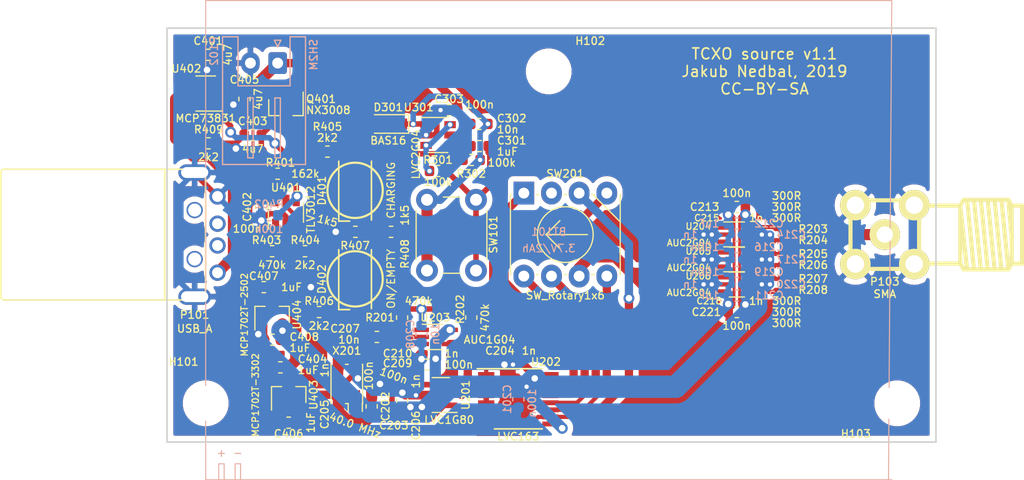
<source format=kicad_pcb>
(kicad_pcb (version 20171130) (host pcbnew 5.1.2-f72e74a~84~ubuntu16.04.1)
  (layers (0 F.Cu signal) (31 B.Cu signal) (34 B.Paste user) (35 F.Paste user hide) (36 B.SilkS user) (37 F.SilkS user) (38 B.Mask user hide) (39 F.Mask user hide) (44 Edge.Cuts user))
  (net 0 "")
  (net 1 GND)
  (net 2 +5V)
  (net 3 +3V8)
  (net 4 +2V5)
  (net 5 +3V3)
  (net 6 "Net-(C207-Pad2)")
  (net 7 "Net-(C207-Pad1)")
  (net 8 "Net-(C208-Pad1)")
  (net 9 /TCXO/OUT)
  (net 10 /switch/POWER_ON)
  (net 11 "/Charger & Power Supply/STAT")
  (net 12 "/Charger & Power Supply/Cred")
  (net 13 "/Charger & Power Supply/Cgrn")
  (net 14 "/Charger & Power Supply/Bred")
  (net 15 "/Charger & Power Supply/~V_OK")
  (net 16 "/Charger & Power Supply/Bgrn")
  (net 17 "/Charger & Power Supply/VSENSE")
  (net 18 "/Charger & Power Supply/TH")
  (net 19 "/Charger & Power Supply/REF")
  (net 20 "/Charger & Power Supply/PROG")
  (net 21 +BATT)
  (net 22 /SWITCH1)
  (net 23 /SWITCH2)
  (net 24 "Net-(R202-Pad1)")
  (net 25 "Net-(R203-Pad2)")
  (net 26 "Net-(R204-Pad2)")
  (net 27 "Net-(R205-Pad2)")
  (net 28 "Net-(R206-Pad2)")
  (net 29 "Net-(R207-Pad2)")
  (net 30 "Net-(R208-Pad2)")
  (net 31 "Net-(R301-Pad1)")
  (net 32 "Net-(SW201-Pad6)")
  (net 33 "Net-(SW201-Pad3)")
  (net 34 "Net-(SW201-Pad5)")
  (net 35 "Net-(SW201-Pad4)")
  (net 36 "Net-(SW201-Pad8)")
  (net 37 "Net-(SW201-Pad7)")
  (module Resistor_SMD:R_0603_1608Metric (layer F.Cu) (at 177.8 93.218)
    (fp_text reference R301 (at 0 -1.016) (layer F.SilkS) (effects (font (size 0.7 0.7) (thickness 0.12))))
    (fp_text value 100k (at 0 1.016) (layer F.SilkS) (effects (font (size 0.7 0.7) (thickness 0.12))))
    (pad 2 smd roundrect (at 0.7875 0) (size 0.875 0.95) (layers F.Cu F.Paste F.Mask) (net 22 /SWITCH1))
    (pad 1 smd roundrect (at -0.7875 0) (size 0.875 0.95) (layers F.Cu F.Paste F.Mask) (net 31 "Net-(R301-Pad1)"))
  )
  (module Capacitor_SMD:C_0603_1608Metric (layer F.Cu) (at 205.232 106.172)
    (fp_text reference C218 (at -2.54 -1.016) (layer F.SilkS) (effects (font (size 0.6 0.6) (thickness 0.11))))
    (fp_text value 100n (at 0 1.27) (layer F.SilkS) (effects (font (size 0.7 0.7) (thickness 0.12))))
    (pad 2 smd roundrect (at 0.7875 0) (size 0.875 0.95) (layers F.Cu F.Paste F.Mask) (net 4 +2V5))
    (pad 1 smd roundrect (at -0.7875 0) (size 0.875 0.95) (layers F.Cu F.Paste F.Mask) (net 1 GND))
  )
  (module Capacitor_SMD:C_0402_1005Metric (layer B.Cu) (at 205.232 103.632 180)
    (fp_text reference C220 (at -3.556 0) (layer B.SilkS) (effects (font (size 0.7 0.7) (thickness 0.12)) (justify right mirror)))
    (fp_text value 1n (at 3.556 0) (layer B.SilkS) (effects (font (size 0.7 0.7) (thickness 0.12)) (justify left mirror)))
    (pad 2 smd roundrect (at 0.485 0 180) (size 0.59 0.64) (layers B.Cu B.Paste B.Mask) (net 1 GND))
    (pad 1 smd roundrect (at -0.485 0 180) (size 0.59 0.64) (layers B.Cu B.Paste B.Mask) (net 4 +2V5))
  )
  (module Capacitor_SMD:C_0402_1005Metric (layer B.Cu) (at 205.232 99.06 180)
    (fp_text reference C214 (at -3.556 0) (layer B.SilkS) (effects (font (size 0.7 0.7) (thickness 0.12)) (justify right mirror)))
    (fp_text value 1n (at 3.556 0) (layer B.SilkS) (effects (font (size 0.7 0.7) (thickness 0.12)) (justify left mirror)))
    (pad 2 smd roundrect (at 0.485 0 180) (size 0.59 0.64) (layers B.Cu B.Paste B.Mask) (net 1 GND))
    (pad 1 smd roundrect (at -0.485 0 180) (size 0.59 0.64) (layers B.Cu B.Paste B.Mask) (net 4 +2V5))
  )
  (module Capacitor_SMD:C_0603_1608Metric (layer B.Cu) (at 205.232 98.044 180)
    (fp_text reference C212 (at -1.524 0 180) (layer B.SilkS) (effects (font (size 0.7 0.7) (thickness 0.12)) (justify right mirror)))
    (fp_text value 1uF (at 1.524 0 180) (layer B.SilkS) (effects (font (size 0.7 0.7) (thickness 0.12)) (justify left mirror)))
    (pad 2 smd roundrect (at 0.7875 0 180) (size 0.875 0.95) (layers B.Cu B.Paste B.Mask) (net 1 GND))
    (pad 1 smd roundrect (at -0.7875 0 180) (size 0.875 0.95) (layers B.Cu B.Paste B.Mask) (net 4 +2V5))
  )
  (module jakub:LEDdual_3.2x2.8 (layer F.Cu) (at 170.18 95.022 90)
    (fp_text reference D401 (at 0 -3.048 90) (layer F.SilkS) (effects (font (size 0.7 0.7) (thickness 0.12))))
    (fp_text value LED_R/G)
    (pad 2 smd rect (at 1.55 0.85 270) (size 1.5 0.9) (layers F.Cu F.Paste F.Mask) (net 11 "/Charger & Power Supply/STAT"))
    (pad 1 smd rect (at 1.55 -0.85 270) (size 1.5 0.9) (layers F.Cu F.Paste F.Mask) (net 12 "/Charger & Power Supply/Cred"))
    (pad 4 smd rect (at -1.55 0.85 270) (size 1.5 0.9) (layers F.Cu F.Paste F.Mask) (net 13 "/Charger & Power Supply/Cgrn"))
    (pad 3 smd rect (at -1.55 -0.85 270) (size 1.5 0.9) (layers F.Cu F.Paste F.Mask) (net 11 "/Charger & Power Supply/STAT"))
  )
  (module Capacitor_SMD:C_0603_1608Metric (layer F.Cu) (at 161.544 96.52 90)
    (fp_text reference C402 (at 0 -1.27 90) (layer F.SilkS) (effects (font (size 0.7 0.7) (thickness 0.12))))
    (fp_text value 100n (at -2.0065 -1.27 180) (layer F.SilkS) (effects (font (size 0.7 0.7) (thickness 0.12))))
    (pad 1 smd roundrect (at -0.7875 0 90) (size 0.875 0.95) (layers F.Cu F.Paste F.Mask) (net 1 GND))
    (pad 2 smd roundrect (at 0.7875 0 90) (size 0.875 0.95) (layers F.Cu F.Paste F.Mask) (net 3 +3V8))
  )
  (module jakub:LEDdual_3.2x2.8 (layer F.Cu) (at 170.18 103.15 90)
    (fp_text reference D402 (at 0 -3.048 90) (layer F.SilkS) (effects (font (size 0.7 0.7) (thickness 0.12))))
    (fp_text value LED_R/G)
    (pad 3 smd rect (at -1.55 -0.85 270) (size 1.5 0.9) (layers F.Cu F.Paste F.Mask) (net 14 "/Charger & Power Supply/Bred"))
    (pad 4 smd rect (at -1.55 0.85 270) (size 1.5 0.9) (layers F.Cu F.Paste F.Mask) (net 15 "/Charger & Power Supply/~V_OK"))
    (pad 1 smd rect (at 1.55 -0.85 270) (size 1.5 0.9) (layers F.Cu F.Paste F.Mask) (net 15 "/Charger & Power Supply/~V_OK"))
    (pad 2 smd rect (at 1.55 0.85 270) (size 1.5 0.9) (layers F.Cu F.Paste F.Mask) (net 16 "/Charger & Power Supply/Bgrn"))
  )
  (module Resistor_SMD:R_0603_1608Metric (layer F.Cu) (at 162.56 100.584 180)
    (fp_text reference R403 (at 0.508 1.016) (layer F.SilkS) (effects (font (size 0.7 0.7) (thickness 0.12))))
    (fp_text value 470k (at 0 -1.27) (layer F.SilkS) (effects (font (size 0.7 0.7) (thickness 0.12))))
    (pad 2 smd roundrect (at 0.7875 0 180) (size 0.875 0.95) (layers F.Cu F.Paste F.Mask) (net 15 "/Charger & Power Supply/~V_OK"))
    (pad 1 smd roundrect (at -0.7875 0 180) (size 0.875 0.95) (layers F.Cu F.Paste F.Mask) (net 18 "/Charger & Power Supply/TH"))
  )
  (module Resistor_SMD:R_0603_1608Metric (layer F.Cu) (at 165.5825 100.584)
    (fp_text reference R404 (at 0.0255 -1.016) (layer F.SilkS) (effects (font (size 0.7 0.7) (thickness 0.12))))
    (fp_text value 2k2 (at 0 1.27) (layer F.SilkS) (effects (font (size 0.7 0.7) (thickness 0.12))))
    (pad 2 smd roundrect (at 0.7875 0) (size 0.875 0.95) (layers F.Cu F.Paste F.Mask) (net 19 "/Charger & Power Supply/REF"))
    (pad 1 smd roundrect (at -0.7875 0) (size 0.875 0.95) (layers F.Cu F.Paste F.Mask) (net 18 "/Charger & Power Supply/TH"))
  )
  (module Package_TO_SOT_SMD:SOT-23-6 (layer F.Cu) (at 163.83 97.028 90)
    (fp_text reference U401 (at 2.286 0 180) (layer F.SilkS) (effects (font (size 0.7 0.7) (thickness 0.12))))
    (fp_text value TLV3012 (at 0.254 2.286 90) (layer F.SilkS) (effects (font (size 0.7 0.7) (thickness 0.12))))
    (pad 1 smd rect (at -1.1 -0.95 90) (size 1.06 0.65) (layers F.Cu F.Paste F.Mask) (net 15 "/Charger & Power Supply/~V_OK"))
    (pad 2 smd rect (at -1.1 0 90) (size 1.06 0.65) (layers F.Cu F.Paste F.Mask) (net 1 GND))
    (pad 3 smd rect (at -1.1 0.95 90) (size 1.06 0.65) (layers F.Cu F.Paste F.Mask) (net 18 "/Charger & Power Supply/TH"))
    (pad 4 smd rect (at 1.1 0.95 90) (size 1.06 0.65) (layers F.Cu F.Paste F.Mask) (net 17 "/Charger & Power Supply/VSENSE"))
    (pad 6 smd rect (at 1.1 -0.95 90) (size 1.06 0.65) (layers F.Cu F.Paste F.Mask) (net 3 +3V8))
    (pad 5 smd rect (at 1.1 0 90) (size 1.06 0.65) (layers F.Cu F.Paste F.Mask) (net 19 "/Charger & Power Supply/REF"))
  )
  (module jakub:Molex_USB_A (layer F.Cu) (at 155.448 99.06 270)
    (fp_text reference P101 (at 7.366 0) (layer F.SilkS) (effects (font (size 0.7 0.7) (thickness 0.12))))
    (fp_text value USB_A (at 8.636 0) (layer F.SilkS) (effects (font (size 0.7 0.7) (thickness 0.12))))
    (pad "" np_thru_hole circle (at 2.25 0 270) (size 1.5 1.5) (drill 1.2) (layers *.Cu *.Mask))
    (pad "" np_thru_hole circle (at -2.25 0 270) (size 1.5 1.5) (drill 1.2) (layers *.Cu *.Mask))
    (pad 2 thru_hole circle (at 1 -2.1 270) (size 1.5 1.5) (drill 1) (layers *.Cu *.Mask))
    (pad 3 thru_hole circle (at -1 -2.1 270) (size 1.5 1.5) (drill 1) (layers *.Cu *.Mask))
    (pad 1 thru_hole circle (at 3.5 -2.1 270) (size 1.5 1.5) (drill 1) (layers *.Cu *.Mask) (net 2 +5V))
    (pad 4 thru_hole circle (at -3.5 -2.1 270) (size 1.5 1.5) (drill 1) (layers *.Cu *.Mask) (net 1 GND))
    (pad 5 thru_hole oval (at 5.7 0 270) (size 1.5 3) (drill oval 1 2.5) (layers *.Cu *.Mask) (net 1 GND))
    (pad 5 thru_hole oval (at -5.7 0 270) (size 1.5 3) (drill oval 1 2.5) (layers *.Cu *.Mask) (net 1 GND))
  )
  (module Capacitor_SMD:C_0603_1608Metric (layer F.Cu) (at 171.704 114.8335 270)
    (fp_text reference C202 (at 0 -1.27 90) (layer F.SilkS) (effects (font (size 0.7 0.7) (thickness 0.12))))
    (fp_text value 100n (at -2.8195 0.254 90) (layer F.SilkS) (effects (font (size 0.7 0.7) (thickness 0.12))))
    (pad 2 smd roundrect (at 0.7875 0 270) (size 0.875 0.95) (layers F.Cu F.Paste F.Mask) (net 5 +3V3))
    (pad 1 smd roundrect (at -0.7875 0 270) (size 0.875 0.95) (layers F.Cu F.Paste F.Mask) (net 1 GND))
  )
  (module Capacitor_SMD:C_0402_1005Metric (layer F.Cu) (at 167.386 113.284 270)
    (fp_text reference C205 (at 2.286 0 90) (layer F.SilkS) (effects (font (size 0.7 0.7) (thickness 0.12))))
    (fp_text value 1n (at -1.778 0 90) (layer F.SilkS) (effects (font (size 0.7 0.7) (thickness 0.12))))
    (pad 2 smd roundrect (at 0.485 0 270) (size 0.59 0.64) (layers F.Cu F.Paste F.Mask) (net 5 +3V3))
    (pad 1 smd roundrect (at -0.485 0 270) (size 0.59 0.64) (layers F.Cu F.Paste F.Mask) (net 1 GND))
  )
  (module Capacitor_SMD:C_0603_1608Metric (layer F.Cu) (at 172.1865 108.458 180)
    (fp_text reference C207 (at 1.4985 0.762) (layer F.SilkS) (effects (font (size 0.7 0.7) (thickness 0.12)) (justify right)))
    (fp_text value 10n (at 1.4985 -0.254) (layer F.SilkS) (effects (font (size 0.7 0.7) (thickness 0.12)) (justify right)))
    (pad 1 smd roundrect (at -0.7875 0 180) (size 0.875 0.95) (layers F.Cu F.Paste F.Mask) (net 7 "Net-(C207-Pad1)"))
    (pad 2 smd roundrect (at 0.7875 0 180) (size 0.875 0.95) (layers F.Cu F.Paste F.Mask) (net 6 "Net-(C207-Pad2)"))
  )
  (module Capacitor_SMD:C_0603_1608Metric (layer B.Cu) (at 176.276 108.204 270)
    (fp_text reference C208 (at 0 1.016 90) (layer B.SilkS) (effects (font (size 0.7 0.7) (thickness 0.12)) (justify mirror)))
    (fp_text value 10n (at 0 -1.27 90) (layer B.SilkS) (effects (font (size 0.7 0.7) (thickness 0.12)) (justify mirror)))
    (pad 2 smd roundrect (at 0.7875 0 270) (size 0.875 0.95) (layers B.Cu B.Paste B.Mask) (net 1 GND))
    (pad 1 smd roundrect (at -0.7875 0 270) (size 0.875 0.95) (layers B.Cu B.Paste B.Mask) (net 8 "Net-(C208-Pad1)"))
  )
  (module Capacitor_SMD:C_0603_1608Metric (layer F.Cu) (at 176.784 110.998)
    (fp_text reference C209 (at -1.27 -0.127) (layer F.SilkS) (effects (font (size 0.7 0.7) (thickness 0.12)) (justify right)))
    (fp_text value 100n (at 1.524 0) (layer F.SilkS) (effects (font (size 0.7 0.7) (thickness 0.12)) (justify left)))
    (pad 1 smd roundrect (at -0.7875 0) (size 0.875 0.95) (layers F.Cu F.Paste F.Mask) (net 1 GND))
    (pad 2 smd roundrect (at 0.7875 0) (size 0.875 0.95) (layers F.Cu F.Paste F.Mask) (net 4 +2V5))
  )
  (module Capacitor_SMD:C_0402_1005Metric (layer F.Cu) (at 177.038 109.982 180)
    (fp_text reference C210 (at 1.524 0) (layer F.SilkS) (effects (font (size 0.7 0.7) (thickness 0.12)) (justify right)))
    (fp_text value 1n (at -1.27 0) (layer F.SilkS) (effects (font (size 0.7 0.7) (thickness 0.12)) (justify left)))
    (pad 1 smd roundrect (at -0.485 0 180) (size 0.59 0.64) (layers F.Cu F.Paste F.Mask) (net 4 +2V5))
    (pad 2 smd roundrect (at 0.485 0 180) (size 0.59 0.64) (layers F.Cu F.Paste F.Mask) (net 1 GND))
  )
  (module Capacitor_SMD:C_0603_1608Metric (layer F.Cu) (at 178.816 87.63)
    (fp_text reference C303 (at 0 -1.016) (layer F.SilkS) (effects (font (size 0.7 0.7) (thickness 0.12))))
    (fp_text value 100n (at 2.794 -0.508) (layer F.SilkS) (effects (font (size 0.7 0.7) (thickness 0.12))))
    (pad 2 smd roundrect (at 0.7875 0) (size 0.875 0.95) (layers F.Cu F.Paste F.Mask) (net 21 +BATT))
    (pad 1 smd roundrect (at -0.7875 0) (size 0.875 0.95) (layers F.Cu F.Paste F.Mask) (net 1 GND))
  )
  (module Capacitor_SMD:C_0603_1608Metric (layer F.Cu) (at 156.6925 82.55)
    (fp_text reference C401 (at 0 -1.27) (layer F.SilkS) (effects (font (size 0.7 0.7) (thickness 0.12))))
    (fp_text value 4u7 (at 1.8035 0 90) (layer F.SilkS) (effects (font (size 0.7 0.7) (thickness 0.12))))
    (pad 2 smd roundrect (at 0.7875 0) (size 0.875 0.95) (layers F.Cu F.Paste F.Mask) (net 1 GND))
    (pad 1 smd roundrect (at -0.7875 0) (size 0.875 0.95) (layers F.Cu F.Paste F.Mask) (net 2 +5V))
  )
  (module Capacitor_SMD:C_0603_1608Metric (layer F.Cu) (at 160.782 89.916 180)
    (fp_text reference C403 (at 0 1.27) (layer F.SilkS) (effects (font (size 0.7 0.7) (thickness 0.12))))
    (fp_text value 4u7 (at 0 -1.27) (layer F.SilkS) (effects (font (size 0.7 0.7) (thickness 0.12))))
    (pad 2 smd roundrect (at 0.7875 0 180) (size 0.875 0.95) (layers F.Cu F.Paste F.Mask) (net 1 GND))
    (pad 1 smd roundrect (at -0.7875 0 180) (size 0.875 0.95) (layers F.Cu F.Paste F.Mask) (net 3 +3V8))
  )
  (module Capacitor_SMD:C_0603_1608Metric (layer F.Cu) (at 163.322 111.252 180)
    (fp_text reference C404 (at -1.524 0.762) (layer F.SilkS) (effects (font (size 0.7 0.7) (thickness 0.12)) (justify left)))
    (fp_text value 1uF (at -1.524 -0.254) (layer F.SilkS) (effects (font (size 0.7 0.7) (thickness 0.12)) (justify left)))
    (pad 2 smd roundrect (at 0.7875 0 180) (size 0.875 0.95) (layers F.Cu F.Paste F.Mask) (net 1 GND))
    (pad 1 smd roundrect (at -0.7875 0 180) (size 0.875 0.95) (layers F.Cu F.Paste F.Mask) (net 3 +3V8))
  )
  (module Capacitor_SMD:C_0603_1608Metric (layer F.Cu) (at 160.02 86.614 270)
    (fp_text reference C405 (at -1.778 0 180) (layer F.SilkS) (effects (font (size 0.7 0.7) (thickness 0.12))))
    (fp_text value 4u7 (at 0 -1.27 270) (layer F.SilkS) (effects (font (size 0.7 0.7) (thickness 0.12))))
    (pad 2 smd roundrect (at 0.7875 0 270) (size 0.875 0.95) (layers F.Cu F.Paste F.Mask) (net 1 GND))
    (pad 1 smd roundrect (at -0.7875 0 270) (size 0.875 0.95) (layers F.Cu F.Paste F.Mask) (net 21 +BATT))
  )
  (module Capacitor_SMD:C_0603_1608Metric (layer F.Cu) (at 164.084 116.332 180)
    (fp_text reference C406 (at 0 -1.016) (layer F.SilkS) (effects (font (size 0.7 0.7) (thickness 0.12))))
    (fp_text value 1uF (at -2.032 0 270) (layer F.SilkS) (effects (font (size 0.7 0.7) (thickness 0.12))))
    (pad 1 smd roundrect (at -0.7875 0 180) (size 0.875 0.95) (layers F.Cu F.Paste F.Mask) (net 5 +3V3))
    (pad 2 smd roundrect (at 0.7875 0 180) (size 0.875 0.95) (layers F.Cu F.Paste F.Mask) (net 1 GND))
  )
  (module Capacitor_SMD:C_0603_1608Metric (layer F.Cu) (at 161.798 103.886 180)
    (fp_text reference C407 (at 0 1.016) (layer F.SilkS) (effects (font (size 0.7 0.7) (thickness 0.12))))
    (fp_text value 1uF (at -2.54 0) (layer F.SilkS) (effects (font (size 0.7 0.7) (thickness 0.12))))
    (pad 1 smd roundrect (at -0.7875 0 180) (size 0.875 0.95) (layers F.Cu F.Paste F.Mask) (net 3 +3V8))
    (pad 2 smd roundrect (at 0.7875 0 180) (size 0.875 0.95) (layers F.Cu F.Paste F.Mask) (net 1 GND))
  )
  (module Capacitor_SMD:C_0603_1608Metric (layer F.Cu) (at 162.5855 108.712 180)
    (fp_text reference C408 (at -1.4985 0.254) (layer F.SilkS) (effects (font (size 0.7 0.7) (thickness 0.12)) (justify left)))
    (fp_text value 1uF (at -1.4985 -0.762) (layer F.SilkS) (effects (font (size 0.7 0.7) (thickness 0.12)) (justify left)))
    (pad 1 smd roundrect (at -0.7875 0 180) (size 0.875 0.95) (layers F.Cu F.Paste F.Mask) (net 4 +2V5))
    (pad 2 smd roundrect (at 0.7875 0 180) (size 0.875 0.95) (layers F.Cu F.Paste F.Mask) (net 1 GND))
  )
  (module Connector_JST:JST_XH_S2B-XH-A_1x02_P2.50mm_Horizontal (layer B.Cu) (at 163.068 83.312 180)
    (fp_text reference P102 (at 5.842 2.54 90) (layer B.SilkS) (effects (font (size 0.7 0.7) (thickness 0.12)) (justify left mirror)))
    (fp_text value SH2M (at -3.302 2.286 90) (layer B.SilkS) (effects (font (size 0.7 0.7) (thickness 0.12)) (justify left mirror)))
    (pad 1 thru_hole roundrect (at 0 0 180) (size 1.7 2) (drill 1) (layers *.Cu *.Mask) (roundrect_rratio 0.147059) (net 21 +BATT))
    (pad 2 thru_hole oval (at 2.5 0 180) (size 1.7 2) (drill 1) (layers *.Cu *.Mask) (net 1 GND))
  )
  (module jakub:SMA (layer F.Cu) (at 218.821 99.06 270)
    (fp_text reference P103 (at 4.318 0 180) (layer F.SilkS) (effects (font (size 0.7 0.7) (thickness 0.12))))
    (fp_text value SMA (at 5.461 0 180) (layer F.SilkS) (effects (font (size 0.7 0.7) (thickness 0.12))))
    (pad 1 thru_hole circle (at 0 0 270) (size 2.8 2.8) (drill 1.5) (layers *.Cu *.Mask F.SilkS) (net 9 /TCXO/OUT))
    (pad 3 thru_hole circle (at 2.7 -2.7 270) (size 2.8 2.8) (drill 1.6) (layers *.Cu *.Mask F.SilkS) (net 1 GND))
    (pad 2 thru_hole circle (at -2.7 -2.7 270) (size 2.8 2.8) (drill 1.6) (layers *.Cu *.Mask F.SilkS) (net 1 GND))
    (pad 5 thru_hole circle (at -2.7 2.7 270) (size 2.8 2.8) (drill 1.6) (layers *.Cu *.Mask F.SilkS) (net 1 GND))
    (pad 4 thru_hole circle (at 2.7 2.7 270) (size 2.8 2.8) (drill 1.6) (layers *.Cu *.Mask F.SilkS) (net 1 GND))
  )
  (module Package_TO_SOT_SMD:SOT-23 (layer F.Cu) (at 163.83 87.376 270)
    (fp_text reference Q401 (at -0.762 -1.778 180) (layer F.SilkS) (effects (font (size 0.7 0.7) (thickness 0.12)) (justify left)))
    (fp_text value NX3008 (at 0.254 -1.778) (layer F.SilkS) (effects (font (size 0.7 0.7) (thickness 0.12)) (justify left)))
    (pad 1 smd rect (at -1 -0.95 270) (size 0.9 0.8) (layers F.Cu F.Paste F.Mask) (net 10 /switch/POWER_ON))
    (pad 2 smd rect (at -1 0.95 270) (size 0.9 0.8) (layers F.Cu F.Paste F.Mask) (net 21 +BATT))
    (pad 3 smd rect (at 1 0 270) (size 0.9 0.8) (layers F.Cu F.Paste F.Mask) (net 3 +3V8))
  )
  (module Resistor_SMD:R_0603_1608Metric (layer F.Cu) (at 174.498 106.68 270)
    (fp_text reference R201 (at 0 2.032 180) (layer F.SilkS) (effects (font (size 0.7 0.7) (thickness 0.12))))
    (fp_text value 470k (at -1.524 -1.524 180) (layer F.SilkS) (effects (font (size 0.7 0.7) (thickness 0.12))))
    (pad 1 smd roundrect (at -0.7875 0 270) (size 0.875 0.95) (layers F.Cu F.Paste F.Mask) (net 8 "Net-(C208-Pad1)"))
    (pad 2 smd roundrect (at 0.7875 0 270) (size 0.875 0.95) (layers F.Cu F.Paste F.Mask) (net 7 "Net-(C207-Pad1)"))
  )
  (module Resistor_SMD:R_0603_1608Metric (layer F.Cu) (at 180.848 106.68 90)
    (fp_text reference R202 (at 0.762 -1.016 90) (layer F.SilkS) (effects (font (size 0.7 0.7) (thickness 0.12))))
    (fp_text value 470k (at 0 1.27 90) (layer F.SilkS) (effects (font (size 0.7 0.7) (thickness 0.12))))
    (pad 2 smd roundrect (at 0.7875 0 90) (size 0.875 0.95) (layers F.Cu F.Paste F.Mask) (net 8 "Net-(C208-Pad1)"))
    (pad 1 smd roundrect (at -0.7875 0 90) (size 0.875 0.95) (layers F.Cu F.Paste F.Mask) (net 24 "Net-(R202-Pad1)"))
  )
  (module Resistor_SMD:R_0603_1608Metric (layer F.Cu) (at 163.068 93.472)
    (fp_text reference R401 (at 0.254 -1.016) (layer F.SilkS) (effects (font (size 0.7 0.7) (thickness 0.12))))
    (fp_text value 162k (at 2.54 0) (layer F.SilkS) (effects (font (size 0.7 0.7) (thickness 0.12))))
    (pad 2 smd roundrect (at 0.7875 0) (size 0.875 0.95) (layers F.Cu F.Paste F.Mask) (net 17 "/Charger & Power Supply/VSENSE"))
    (pad 1 smd roundrect (at -0.7875 0) (size 0.875 0.95) (layers F.Cu F.Paste F.Mask) (net 3 +3V8))
  )
  (module Resistor_SMD:R_0603_1608Metric (layer B.Cu) (at 162.306 97.282 180)
    (fp_text reference R402 (at 0.0255 1.016) (layer B.SilkS) (effects (font (size 0.7 0.7) (thickness 0.12)) (justify mirror)))
    (fp_text value 100k (at 0 -1.27) (layer B.SilkS) (effects (font (size 0.7 0.7) (thickness 0.12)) (justify mirror)))
    (pad 1 smd roundrect (at -0.7875 0 180) (size 0.875 0.95) (layers B.Cu B.Paste B.Mask) (net 17 "/Charger & Power Supply/VSENSE"))
    (pad 2 smd roundrect (at 0.7875 0 180) (size 0.875 0.95) (layers B.Cu B.Paste B.Mask) (net 1 GND))
  )
  (module Resistor_SMD:R_0603_1608Metric (layer F.Cu) (at 167.64 91.44)
    (fp_text reference R405 (at 0 -2.286) (layer F.SilkS) (effects (font (size 0.7 0.7) (thickness 0.12))))
    (fp_text value 2k2 (at 0 -1.27) (layer F.SilkS) (effects (font (size 0.7 0.7) (thickness 0.12))))
    (pad 1 smd roundrect (at -0.7875 0) (size 0.875 0.95) (layers F.Cu F.Paste F.Mask) (net 2 +5V))
    (pad 2 smd roundrect (at 0.7875 0) (size 0.875 0.95) (layers F.Cu F.Paste F.Mask) (net 12 "/Charger & Power Supply/Cred"))
  )
  (module Resistor_SMD:R_0603_1608Metric (layer F.Cu) (at 166.878 106.172 180)
    (fp_text reference R406 (at 0 1.016) (layer F.SilkS) (effects (font (size 0.7 0.7) (thickness 0.12))))
    (fp_text value 2k2 (at 0 -1.27) (layer F.SilkS) (effects (font (size 0.7 0.7) (thickness 0.12))))
    (pad 1 smd roundrect (at -0.7875 0 180) (size 0.875 0.95) (layers F.Cu F.Paste F.Mask) (net 14 "/Charger & Power Supply/Bred"))
    (pad 2 smd roundrect (at 0.7875 0 180) (size 0.875 0.95) (layers F.Cu F.Paste F.Mask) (net 1 GND))
  )
  (module Resistor_SMD:R_0603_1608Metric (layer F.Cu) (at 170.2055 98.806 180)
    (fp_text reference R407 (at 0.0255 -1.27) (layer F.SilkS) (effects (font (size 0.7 0.7) (thickness 0.12))))
    (fp_text value 1k5 (at 2.5655 1.016 -15) (layer F.SilkS) (effects (font (size 0.7 0.7) (thickness 0.12))))
    (pad 2 smd roundrect (at 0.7875 0 180) (size 0.875 0.95) (layers F.Cu F.Paste F.Mask) (net 1 GND))
    (pad 1 smd roundrect (at -0.7875 0 180) (size 0.875 0.95) (layers F.Cu F.Paste F.Mask) (net 13 "/Charger & Power Supply/Cgrn"))
  )
  (module Resistor_SMD:R_0603_1608Metric (layer F.Cu) (at 173.482 98.806 180)
    (fp_text reference R408 (at -1.27 -2.032 90) (layer F.SilkS) (effects (font (size 0.7 0.7) (thickness 0.12))))
    (fp_text value 1k5 (at -1.27 1.524 90) (layer F.SilkS) (effects (font (size 0.7 0.7) (thickness 0.12))))
    (pad 2 smd roundrect (at 0.7875 0 180) (size 0.875 0.95) (layers F.Cu F.Paste F.Mask) (net 16 "/Charger & Power Supply/Bgrn"))
    (pad 1 smd roundrect (at -0.7875 0 180) (size 0.875 0.95) (layers F.Cu F.Paste F.Mask) (net 3 +3V8))
  )
  (module Resistor_SMD:R_0603_1608Metric (layer F.Cu) (at 156.718 90.678)
    (fp_text reference R409 (at 0.0255 -1.27) (layer F.SilkS) (effects (font (size 0.7 0.7) (thickness 0.12))))
    (fp_text value 2k2 (at 0 1.27) (layer F.SilkS) (effects (font (size 0.7 0.7) (thickness 0.12))))
    (pad 1 smd roundrect (at -0.7875 0) (size 0.875 0.95) (layers F.Cu F.Paste F.Mask) (net 20 "/Charger & Power Supply/PROG"))
    (pad 2 smd roundrect (at 0.7875 0) (size 0.875 0.95) (layers F.Cu F.Paste F.Mask) (net 1 GND))
  )
  (module Button_Switch_THT:SW_PUSH_6mm_H13mm (layer F.Cu) (at 176.784 102.362 90)
    (fp_text reference SW101 (at 3.302 6.096 270) (layer F.SilkS) (effects (font (size 0.7 0.7) (thickness 0.12))))
    (fp_text value SW_Push)
    (pad 2 thru_hole circle (at 0 4.5 180) (size 2 2) (drill 1.1) (layers *.Cu *.Mask) (net 22 /SWITCH1))
    (pad 1 thru_hole circle (at 0 0 180) (size 2 2) (drill 1.1) (layers *.Cu *.Mask) (net 23 /SWITCH2))
    (pad 2 thru_hole circle (at 6.5 4.5 180) (size 2 2) (drill 1.1) (layers *.Cu *.Mask) (net 22 /SWITCH1))
    (pad 1 thru_hole circle (at 6.5 0 180) (size 2 2) (drill 1.1) (layers *.Cu *.Mask) (net 23 /SWITCH2))
  )
  (module Package_TO_SOT_SMD:SOT-353_SC-70-5_Handsoldering (layer F.Cu) (at 177.546 108.458)
    (fp_text reference U203 (at 0 -1.778 180) (layer F.SilkS) (effects (font (size 0.7 0.7) (thickness 0.12))))
    (fp_text value AUC1G04 (at 2.54 0.254) (layer F.SilkS) (effects (font (size 0.7 0.7) (thickness 0.12)) (justify left)))
    (pad 5 smd rect (at 1.33 -0.65) (size 1.5 0.4) (layers F.Cu F.Paste F.Mask) (net 4 +2V5))
    (pad 4 smd rect (at 1.33 0.65) (size 1.5 0.4) (layers F.Cu F.Paste F.Mask) (net 24 "Net-(R202-Pad1)"))
    (pad 3 smd rect (at -1.33 0.65) (size 1.5 0.4) (layers F.Cu F.Paste F.Mask) (net 1 GND))
    (pad 2 smd rect (at -1.33 0) (size 1.5 0.4) (layers F.Cu F.Paste F.Mask) (net 7 "Net-(C207-Pad1)"))
    (pad 1 smd rect (at -1.33 -0.65) (size 1.5 0.4) (layers F.Cu F.Paste F.Mask))
  )
  (module Package_TO_SOT_SMD:SOT-23 (layer F.Cu) (at 164.084 113.776 90)
    (fp_text reference U403 (at 0 2.286 90) (layer F.SilkS) (effects (font (size 0.7 0.7) (thickness 0.12))))
    (fp_text value MCP1702T-3302 (at -0.016 -3.048 90) (layer F.SilkS) (effects (font (size 0.6 0.6) (thickness 0.11))))
    (pad 1 smd rect (at -1 -0.95 90) (size 0.9 0.8) (layers F.Cu F.Paste F.Mask) (net 1 GND))
    (pad 2 smd rect (at -1 0.95 90) (size 0.9 0.8) (layers F.Cu F.Paste F.Mask) (net 5 +3V3))
    (pad 3 smd rect (at 1 0 90) (size 0.9 0.8) (layers F.Cu F.Paste F.Mask) (net 3 +3V8))
  )
  (module Package_TO_SOT_SMD:SOT-23 (layer F.Cu) (at 162.56 106.41 90)
    (fp_text reference U404 (at 0 2.286 90) (layer F.SilkS) (effects (font (size 0.7 0.7) (thickness 0.12))))
    (fp_text value MCP1702T-2502 (at -0.016 -2.54 90) (layer F.SilkS) (effects (font (size 0.6 0.6) (thickness 0.11))))
    (pad 3 smd rect (at 1 0 90) (size 0.9 0.8) (layers F.Cu F.Paste F.Mask) (net 3 +3V8))
    (pad 2 smd rect (at -1 0.95 90) (size 0.9 0.8) (layers F.Cu F.Paste F.Mask) (net 4 +2V5))
    (pad 1 smd rect (at -1 -0.95 90) (size 0.9 0.8) (layers F.Cu F.Paste F.Mask) (net 1 GND))
  )
  (module Oscillator:Oscillator_SMD_EuroQuartz_XO32-4Pin_3.2x2.5mm_HandSoldering (layer F.Cu) (at 169.418 112.776 90)
    (fp_text reference X201 (at 3.048 0) (layer F.SilkS) (effects (font (size 0.7 0.7) (thickness 0.12))))
    (fp_text value "40.0 MHz" (at -3.81 0.762 -20) (layer F.SilkS) (effects (font (size 0.7 0.7) (thickness 0.12))))
    (pad 1 smd rect (at -1.45 0.775 90) (size 1.75 0.9) (layers F.Cu F.Paste F.Mask))
    (pad 2 smd rect (at 1.45 0.775 90) (size 1.75 0.9) (layers F.Cu F.Paste F.Mask) (net 1 GND))
    (pad 3 smd rect (at 1.45 -0.775 90) (size 1.75 0.9) (layers F.Cu F.Paste F.Mask) (net 6 "Net-(C207-Pad2)"))
    (pad 4 smd rect (at -1.45 -0.775 90) (size 1.75 0.9) (layers F.Cu F.Paste F.Mask) (net 5 +3V3))
  )
  (module Package_TO_SOT_SMD:SOT-23-5 (layer F.Cu) (at 156.464 86.106 180)
    (fp_text reference U402 (at 1.778 2.286) (layer F.SilkS) (effects (font (size 0.7 0.7) (thickness 0.12))))
    (fp_text value MCP73831 (at 0 -2.286 180) (layer F.SilkS) (effects (font (size 0.7 0.7) (thickness 0.12))))
    (pad 1 smd rect (at -1.1 -0.95 180) (size 1.06 0.65) (layers F.Cu F.Paste F.Mask) (net 11 "/Charger & Power Supply/STAT"))
    (pad 2 smd rect (at -1.1 0 180) (size 1.06 0.65) (layers F.Cu F.Paste F.Mask) (net 1 GND))
    (pad 3 smd rect (at -1.1 0.95 180) (size 1.06 0.65) (layers F.Cu F.Paste F.Mask) (net 21 +BATT))
    (pad 4 smd rect (at 1.1 0.95 180) (size 1.06 0.65) (layers F.Cu F.Paste F.Mask) (net 2 +5V))
    (pad 5 smd rect (at 1.1 -0.95 180) (size 1.06 0.65) (layers F.Cu F.Paste F.Mask) (net 20 "/Charger & Power Supply/PROG"))
  )
  (module Capacitor_SMD:C_0603_1608Metric (layer F.Cu) (at 205.232 96.52)
    (fp_text reference C213 (at -1.524 0 180) (layer F.SilkS) (effects (font (size 0.7 0.7) (thickness 0.12)) (justify right)))
    (fp_text value 100n (at 0 -1.27) (layer F.SilkS) (effects (font (size 0.7 0.7) (thickness 0.12))))
    (pad 1 smd roundrect (at -0.7875 0) (size 0.875 0.95) (layers F.Cu F.Paste F.Mask) (net 1 GND))
    (pad 2 smd roundrect (at 0.7875 0) (size 0.875 0.95) (layers F.Cu F.Paste F.Mask) (net 4 +2V5))
  )
  (module Capacitor_SMD:C_0402_1005Metric (layer F.Cu) (at 205.232 97.536 180)
    (fp_text reference C215 (at 1.524 0) (layer F.SilkS) (effects (font (size 0.6 0.6) (thickness 0.11)) (justify right)))
    (fp_text value 1n (at -1.778 0) (layer F.SilkS) (effects (font (size 0.7 0.7) (thickness 0.12))))
    (pad 1 smd roundrect (at -0.485 0 180) (size 0.59 0.64) (layers F.Cu F.Paste F.Mask) (net 4 +2V5))
    (pad 2 smd roundrect (at 0.485 0 180) (size 0.59 0.64) (layers F.Cu F.Paste F.Mask) (net 1 GND))
  )
  (module Capacitor_SMD:C_0603_1608Metric (layer B.Cu) (at 205.232 100.203)
    (fp_text reference C216 (at 1.524 0) (layer B.SilkS) (effects (font (size 0.7 0.7) (thickness 0.12)) (justify right mirror)))
    (fp_text value 100n (at -1.524 0) (layer B.SilkS) (effects (font (size 0.7 0.7) (thickness 0.12)) (justify left mirror)))
    (pad 2 smd roundrect (at 0.7875 0) (size 0.875 0.95) (layers B.Cu B.Paste B.Mask) (net 4 +2V5))
    (pad 1 smd roundrect (at -0.7875 0) (size 0.875 0.95) (layers B.Cu B.Paste B.Mask) (net 1 GND))
  )
  (module Capacitor_SMD:C_0402_1005Metric (layer B.Cu) (at 205.232 101.346 180)
    (fp_text reference C217 (at -3.556 0 180) (layer B.SilkS) (effects (font (size 0.7 0.7) (thickness 0.12)) (justify right mirror)))
    (fp_text value 1n (at 3.556 0 180) (layer B.SilkS) (effects (font (size 0.7 0.7) (thickness 0.12)) (justify left mirror)))
    (pad 2 smd roundrect (at 0.485 0 180) (size 0.59 0.64) (layers B.Cu B.Paste B.Mask) (net 1 GND))
    (pad 1 smd roundrect (at -0.485 0 180) (size 0.59 0.64) (layers B.Cu B.Paste B.Mask) (net 4 +2V5))
  )
  (module Capacitor_SMD:C_0603_1608Metric (layer B.Cu) (at 205.232 104.648 180)
    (fp_text reference C211 (at -1.524 0 180) (layer B.SilkS) (effects (font (size 0.7 0.7) (thickness 0.12)) (justify right mirror)))
    (fp_text value 1uF (at 1.524 0 180) (layer B.SilkS) (effects (font (size 0.7 0.7) (thickness 0.12)) (justify left mirror)))
    (pad 1 smd roundrect (at -0.7875 0 180) (size 0.875 0.95) (layers B.Cu B.Paste B.Mask) (net 4 +2V5))
    (pad 2 smd roundrect (at 0.7875 0 180) (size 0.875 0.95) (layers B.Cu B.Paste B.Mask) (net 1 GND))
  )
  (module Resistor_SMD:R_0402_1005Metric (layer F.Cu) (at 209.804 98.552 180)
    (fp_text reference R203 (at -1.016 0) (layer F.SilkS) (effects (font (size 0.7 0.7) (thickness 0.12)) (justify left)))
    (fp_text value 300R (at 0 3.048) (layer F.SilkS) (effects (font (size 0.7 0.7) (thickness 0.12))))
    (pad 2 smd roundrect (at 0.485 0 180) (size 0.59 0.64) (layers F.Cu F.Paste F.Mask) (net 25 "Net-(R203-Pad2)"))
    (pad 1 smd roundrect (at -0.485 0 180) (size 0.59 0.64) (layers F.Cu F.Paste F.Mask) (net 9 /TCXO/OUT))
  )
  (module Resistor_SMD:R_0402_1005Metric (layer F.Cu) (at 209.804 99.568 180)
    (fp_text reference R204 (at -1.016 0) (layer F.SilkS) (effects (font (size 0.7 0.7) (thickness 0.12)) (justify left)))
    (fp_text value 300R (at 0 3.048) (layer F.SilkS) (effects (font (size 0.7 0.7) (thickness 0.12))))
    (pad 1 smd roundrect (at -0.485 0 180) (size 0.59 0.64) (layers F.Cu F.Paste F.Mask) (net 9 /TCXO/OUT))
    (pad 2 smd roundrect (at 0.485 0 180) (size 0.59 0.64) (layers F.Cu F.Paste F.Mask) (net 26 "Net-(R204-Pad2)"))
  )
  (module Resistor_SMD:R_0402_1005Metric (layer F.Cu) (at 209.804 100.838 180)
    (fp_text reference R205 (at -1.016 0) (layer F.SilkS) (effects (font (size 0.7 0.7) (thickness 0.12)) (justify left)))
    (fp_text value 300R (at 0 3.302) (layer F.SilkS) (effects (font (size 0.7 0.7) (thickness 0.12))))
    (pad 2 smd roundrect (at 0.485 0 180) (size 0.59 0.64) (layers F.Cu F.Paste F.Mask) (net 27 "Net-(R205-Pad2)"))
    (pad 1 smd roundrect (at -0.485 0 180) (size 0.59 0.64) (layers F.Cu F.Paste F.Mask) (net 9 /TCXO/OUT))
  )
  (module Resistor_SMD:R_0402_1005Metric (layer F.Cu) (at 209.804 101.854 180)
    (fp_text reference R206 (at -1.016 0) (layer F.SilkS) (effects (font (size 0.7 0.7) (thickness 0.12)) (justify left)))
    (fp_text value 300R (at 0 -3.302) (layer F.SilkS) (effects (font (size 0.7 0.7) (thickness 0.12))))
    (pad 1 smd roundrect (at -0.485 0 180) (size 0.59 0.64) (layers F.Cu F.Paste F.Mask) (net 9 /TCXO/OUT))
    (pad 2 smd roundrect (at 0.485 0 180) (size 0.59 0.64) (layers F.Cu F.Paste F.Mask) (net 28 "Net-(R206-Pad2)"))
  )
  (module MountingHole:MountingHole_3.2mm_M3 (layer F.Cu) (at 156.464 114.554)
    (fp_text reference H101 (at -2.032 -3.81) (layer F.SilkS) (effects (font (size 0.7 0.7) (thickness 0.12))))
    (fp_text value MountingHole)
    (pad 1 np_thru_hole circle (at 0 0) (size 3.2 3.2) (drill 3.2) (layers *.Cu *.Mask))
  )
  (module MountingHole:MountingHole_3.2mm_M3 (layer F.Cu) (at 187.96 84.074)
    (fp_text reference H102 (at 3.81 -2.794) (layer F.SilkS) (effects (font (size 0.7 0.7) (thickness 0.12))))
    (fp_text value MountingHole)
    (pad 1 np_thru_hole circle (at 0 0) (size 3.2 3.2) (drill 3.2) (layers *.Cu *.Mask))
  )
  (module MountingHole:MountingHole_3.2mm_M3 (layer F.Cu) (at 219.964 114.554)
    (fp_text reference H103 (at -3.81 2.794) (layer F.SilkS) (effects (font (size 0.7 0.7) (thickness 0.12))))
    (fp_text value MountingHole)
    (pad 1 np_thru_hole circle (at 0 0) (size 3.2 3.2) (drill 3.2) (layers *.Cu *.Mask))
  )
  (module Capacitor_SMD:C_0603_1608Metric (layer B.Cu) (at 185.171001 114.177001 90)
    (fp_text reference C201 (at 0 -1.021001 270) (layer B.SilkS) (effects (font (size 0.7 0.7) (thickness 0.12)) (justify mirror)))
    (fp_text value 100n (at -0.376999 1.264999 270) (layer B.SilkS) (effects (font (size 0.7 0.7) (thickness 0.12)) (justify mirror)))
    (pad 1 smd roundrect (at -0.7875 0 90) (size 0.875 0.95) (layers B.Cu B.Paste B.Mask) (net 1 GND))
    (pad 2 smd roundrect (at 0.7875 0 90) (size 0.875 0.95) (layers B.Cu B.Paste B.Mask) (net 4 +2V5))
  )
  (module Capacitor_SMD:C_0603_1608Metric (layer F.Cu) (at 174.498 114.3 270)
    (fp_text reference C203 (at 2.286 0.762 180) (layer F.SilkS) (effects (font (size 0.7 0.7) (thickness 0.12))))
    (fp_text value 100n (at -2.286 0.762 340) (layer F.SilkS) (effects (font (size 0.7 0.7) (thickness 0.12))))
    (pad 1 smd roundrect (at -0.7875 0 270) (size 0.875 0.95) (layers F.Cu F.Paste F.Mask) (net 1 GND))
    (pad 2 smd roundrect (at 0.7875 0 270) (size 0.875 0.95) (layers F.Cu F.Paste F.Mask) (net 4 +2V5))
  )
  (module Capacitor_SMD:C_0402_1005Metric (layer F.Cu) (at 185.166 110.998)
    (fp_text reference C204 (at -0.254 -1.27) (layer F.SilkS) (effects (font (size 0.7 0.7) (thickness 0.12)) (justify right)))
    (fp_text value 1n (at 0.254 -1.27) (layer F.SilkS) (effects (font (size 0.7 0.7) (thickness 0.12)) (justify left)))
    (pad 1 smd roundrect (at -0.485 0) (size 0.59 0.64) (layers F.Cu F.Paste F.Mask) (net 1 GND))
    (pad 2 smd roundrect (at 0.485 0) (size 0.59 0.64) (layers F.Cu F.Paste F.Mask) (net 4 +2V5))
  )
  (module Capacitor_SMD:C_0402_1005Metric (layer F.Cu) (at 175.768 114.3 270)
    (fp_text reference C206 (at 2.286 0 90) (layer F.SilkS) (effects (font (size 0.7 0.7) (thickness 0.12))))
    (fp_text value 1n (at -1.778 0 90) (layer F.SilkS) (effects (font (size 0.7 0.7) (thickness 0.12))))
    (pad 1 smd roundrect (at -0.485 0 270) (size 0.59 0.64) (layers F.Cu F.Paste F.Mask) (net 1 GND))
    (pad 2 smd roundrect (at 0.485 0 270) (size 0.59 0.64) (layers F.Cu F.Paste F.Mask) (net 4 +2V5))
  )
  (module Capacitor_SMD:C_0603_1608Metric (layer B.Cu) (at 205.232 102.489)
    (fp_text reference C219 (at 1.524 0) (layer B.SilkS) (effects (font (size 0.7 0.7) (thickness 0.12)) (justify right mirror)))
    (fp_text value 100n (at -1.524 0) (layer B.SilkS) (effects (font (size 0.7 0.7) (thickness 0.12)) (justify left mirror)))
    (pad 2 smd roundrect (at 0.7875 0) (size 0.875 0.95) (layers B.Cu B.Paste B.Mask) (net 4 +2V5))
    (pad 1 smd roundrect (at -0.7875 0) (size 0.875 0.95) (layers B.Cu B.Paste B.Mask) (net 1 GND))
  )
  (module Capacitor_SMD:C_0402_1005Metric (layer F.Cu) (at 205.209 105.156 180)
    (fp_text reference C221 (at 2.771 -1.016) (layer F.SilkS) (effects (font (size 0.7 0.7) (thickness 0.12))))
    (fp_text value 1n (at -1.801 0) (layer F.SilkS) (effects (font (size 0.7 0.7) (thickness 0.12))))
    (pad 2 smd roundrect (at 0.485 0 180) (size 0.59 0.64) (layers F.Cu F.Paste F.Mask) (net 1 GND))
    (pad 1 smd roundrect (at -0.485 0 180) (size 0.59 0.64) (layers F.Cu F.Paste F.Mask) (net 4 +2V5))
  )
  (module Capacitor_SMD:C_0603_1608Metric (layer F.Cu) (at 181.61 90.932)
    (fp_text reference C301 (at 1.524 -0.508) (layer F.SilkS) (effects (font (size 0.7 0.7) (thickness 0.12)) (justify left)))
    (fp_text value 1uF (at 1.524 0.508) (layer F.SilkS) (effects (font (size 0.7 0.7) (thickness 0.12)) (justify left)))
    (pad 1 smd roundrect (at -0.7875 0) (size 0.875 0.95) (layers F.Cu F.Paste F.Mask) (net 21 +BATT))
    (pad 2 smd roundrect (at 0.7875 0) (size 0.875 0.95) (layers F.Cu F.Paste F.Mask) (net 22 /SWITCH1))
  )
  (module Capacitor_SMD:C_0603_1608Metric (layer F.Cu) (at 181.5845 88.9)
    (fp_text reference C302 (at 1.5495 -0.508) (layer F.SilkS) (effects (font (size 0.7 0.7) (thickness 0.12)) (justify left)))
    (fp_text value 10n (at 1.5495 0.508) (layer F.SilkS) (effects (font (size 0.7 0.7) (thickness 0.12)) (justify left)))
    (pad 2 smd roundrect (at 0.7875 0) (size 0.875 0.95) (layers F.Cu F.Paste F.Mask) (net 23 /SWITCH2))
    (pad 1 smd roundrect (at -0.7875 0) (size 0.875 0.95) (layers F.Cu F.Paste F.Mask) (net 21 +BATT))
  )
  (module Resistor_SMD:R_0402_1005Metric (layer F.Cu) (at 209.804 103.124 180)
    (fp_text reference R207 (at -1.016 0) (layer F.SilkS) (effects (font (size 0.7 0.7) (thickness 0.12)) (justify left)))
    (fp_text value 300R (at 0 -3.048) (layer F.SilkS) (effects (font (size 0.7 0.7) (thickness 0.12))))
    (pad 1 smd roundrect (at -0.485 0 180) (size 0.59 0.64) (layers F.Cu F.Paste F.Mask) (net 9 /TCXO/OUT))
    (pad 2 smd roundrect (at 0.485 0 180) (size 0.59 0.64) (layers F.Cu F.Paste F.Mask) (net 29 "Net-(R207-Pad2)"))
  )
  (module Resistor_SMD:R_0402_1005Metric (layer F.Cu) (at 209.804 104.14 180)
    (fp_text reference R208 (at -1.016 0) (layer F.SilkS) (effects (font (size 0.7 0.7) (thickness 0.12)) (justify left)))
    (fp_text value 300R (at 0 -3.048) (layer F.SilkS) (effects (font (size 0.7 0.7) (thickness 0.12))))
    (pad 2 smd roundrect (at 0.485 0 180) (size 0.59 0.64) (layers F.Cu F.Paste F.Mask) (net 30 "Net-(R208-Pad2)"))
    (pad 1 smd roundrect (at -0.485 0 180) (size 0.59 0.64) (layers F.Cu F.Paste F.Mask) (net 9 /TCXO/OUT))
  )
  (module Resistor_SMD:R_0603_1608Metric (layer F.Cu) (at 180.8735 92.202)
    (fp_text reference R302 (at -0.0255 1.27) (layer F.SilkS) (effects (font (size 0.7 0.7) (thickness 0.12))))
    (fp_text value 100k (at 2.7685 0.254) (layer F.SilkS) (effects (font (size 0.7 0.7) (thickness 0.12))))
    (pad 1 smd roundrect (at -0.7875 0) (size 0.875 0.95) (layers F.Cu F.Paste F.Mask) (net 10 /switch/POWER_ON))
    (pad 2 smd roundrect (at 0.7875 0) (size 0.875 0.95) (layers F.Cu F.Paste F.Mask) (net 23 /SWITCH2))
  )
  (module jakub:Nidec_Copal_SS-10-16 (layer F.Cu) (at 193.294 95.25 270)
    (fp_text reference SW201 (at -1.778 3.81 180) (layer F.SilkS) (effects (font (size 0.7 0.7) (thickness 0.12))))
    (fp_text value SW_Rotary1x6 (at 9.398 3.81 180) (layer F.SilkS) (effects (font (size 0.7 0.7) (thickness 0.12))))
    (pad 6 thru_hole oval (at 7.62 5.08 270) (size 2.1 1.9) (drill 1) (layers *.Cu *.Mask) (net 32 "Net-(SW201-Pad6)"))
    (pad 3 thru_hole oval (at 0 2.54 270) (size 2.1 1.9) (drill 1) (layers *.Cu *.Mask) (net 33 "Net-(SW201-Pad3)"))
    (pad 7 thru_hole oval (at 7.62 2.54 270) (size 2.1 1.9) (drill 1) (layers *.Cu *.Mask) (net 37 "Net-(SW201-Pad7)"))
    (pad 2 thru_hole oval (at 0 5.08 270) (size 2.1 1.9) (drill 1) (layers *.Cu *.Mask))
    (pad 5 thru_hole oval (at 7.62 7.62 270) (size 2.1 1.9) (drill 1) (layers *.Cu *.Mask) (net 34 "Net-(SW201-Pad5)"))
    (pad 1 thru_hole rect (at 0 7.62 270) (size 2.1 1.9) (drill 1) (layers *.Cu *.Mask) (net 24 "Net-(R202-Pad1)"))
    (pad 4 thru_hole oval (at 0 0 270) (size 2.1 1.9) (drill 1) (layers *.Cu *.Mask) (net 35 "Net-(SW201-Pad4)"))
    (pad 8 thru_hole oval (at 7.62 0 270) (size 2.1 1.9) (drill 1) (layers *.Cu *.Mask) (net 36 "Net-(SW201-Pad8)"))
  )
  (module Package_SO:TSOP-5_1.65x3.05mm_P0.95mm (layer F.Cu) (at 178.054 113.792 180)
    (fp_text reference U201 (at -2.286 0 90) (layer F.SilkS) (effects (font (size 0.7 0.7) (thickness 0.12))))
    (fp_text value LVC1G80 (at -0.762 -2.286) (layer F.SilkS) (effects (font (size 0.7 0.7) (thickness 0.12))))
    (pad 1 smd rect (at -1.16 -0.95 180) (size 0.7 0.51) (layers F.Cu F.Paste F.Mask) (net 33 "Net-(SW201-Pad3)"))
    (pad 2 smd rect (at -1.16 0 180) (size 0.7 0.51) (layers F.Cu F.Paste F.Mask) (net 24 "Net-(R202-Pad1)"))
    (pad 3 smd rect (at -1.16 0.95 180) (size 0.7 0.51) (layers F.Cu F.Paste F.Mask) (net 1 GND))
    (pad 4 smd rect (at 1.16 0.95 180) (size 0.7 0.51) (layers F.Cu F.Paste F.Mask) (net 33 "Net-(SW201-Pad3)"))
    (pad 5 smd rect (at 1.16 -0.95 180) (size 0.7 0.51) (layers F.Cu F.Paste F.Mask) (net 4 +2V5))
  )
  (module Package_SO:TSSOP-16_4.4x5mm_P0.65mm (layer F.Cu) (at 185.171001 114.177001)
    (fp_text reference U202 (at 2.534999 -3.433001) (layer F.SilkS) (effects (font (size 0.7 0.7) (thickness 0.12))))
    (fp_text value LVC163 (at -0.005001 3.424999 180) (layer F.SilkS) (effects (font (size 0.7 0.7) (thickness 0.12))))
    (pad 1 smd rect (at -2.95 -2.275) (size 1.5 0.45) (layers F.Cu F.Paste F.Mask) (net 4 +2V5))
    (pad 2 smd rect (at -2.95 -1.625) (size 1.5 0.45) (layers F.Cu F.Paste F.Mask) (net 24 "Net-(R202-Pad1)"))
    (pad 3 smd rect (at -2.95 -0.975) (size 1.5 0.45) (layers F.Cu F.Paste F.Mask) (net 1 GND))
    (pad 4 smd rect (at -2.95 -0.325) (size 1.5 0.45) (layers F.Cu F.Paste F.Mask) (net 1 GND))
    (pad 5 smd rect (at -2.95 0.325) (size 1.5 0.45) (layers F.Cu F.Paste F.Mask) (net 1 GND))
    (pad 6 smd rect (at -2.95 0.975) (size 1.5 0.45) (layers F.Cu F.Paste F.Mask) (net 1 GND))
    (pad 7 smd rect (at -2.95 1.625) (size 1.5 0.45) (layers F.Cu F.Paste F.Mask) (net 33 "Net-(SW201-Pad3)"))
    (pad 8 smd rect (at -2.95 2.275) (size 1.5 0.45) (layers F.Cu F.Paste F.Mask) (net 1 GND))
    (pad 9 smd rect (at 2.95 2.275) (size 1.5 0.45) (layers F.Cu F.Paste F.Mask) (net 4 +2V5))
    (pad 10 smd rect (at 2.95 1.625) (size 1.5 0.45) (layers F.Cu F.Paste F.Mask) (net 33 "Net-(SW201-Pad3)"))
    (pad 11 smd rect (at 2.95 0.975) (size 1.5 0.45) (layers F.Cu F.Paste F.Mask) (net 36 "Net-(SW201-Pad8)"))
    (pad 12 smd rect (at 2.95 0.325) (size 1.5 0.45) (layers F.Cu F.Paste F.Mask) (net 32 "Net-(SW201-Pad6)"))
    (pad 13 smd rect (at 2.95 -0.325) (size 1.5 0.45) (layers F.Cu F.Paste F.Mask) (net 34 "Net-(SW201-Pad5)"))
    (pad 14 smd rect (at 2.95 -0.975) (size 1.5 0.45) (layers F.Cu F.Paste F.Mask) (net 35 "Net-(SW201-Pad4)"))
    (pad 15 smd rect (at 2.95 -1.625) (size 1.5 0.45) (layers F.Cu F.Paste F.Mask))
    (pad 16 smd rect (at 2.95 -2.275) (size 1.5 0.45) (layers F.Cu F.Paste F.Mask) (net 4 +2V5))
  )
  (module Package_TO_SOT_SMD:SOT-363_SC-70-6_Handsoldering (layer F.Cu) (at 205.232 99.06)
    (fp_text reference U204 (at -2.286 -0.762) (layer F.SilkS) (effects (font (size 0.6 0.6) (thickness 0.11)) (justify right)))
    (fp_text value AUC2G04 (at -2.286 0.762 180) (layer F.SilkS) (effects (font (size 0.6 0.6) (thickness 0.11)) (justify right)))
    (pad 1 smd rect (at -1.33 -0.65) (size 1.5 0.4) (layers F.Cu F.Paste F.Mask) (net 37 "Net-(SW201-Pad7)"))
    (pad 2 smd rect (at -1.33 0) (size 1.5 0.4) (layers F.Cu F.Paste F.Mask) (net 1 GND))
    (pad 3 smd rect (at -1.33 0.65) (size 1.5 0.4) (layers F.Cu F.Paste F.Mask) (net 37 "Net-(SW201-Pad7)"))
    (pad 4 smd rect (at 1.33 0.65) (size 1.5 0.4) (layers F.Cu F.Paste F.Mask) (net 26 "Net-(R204-Pad2)"))
    (pad 5 smd rect (at 1.33 0) (size 1.5 0.4) (layers F.Cu F.Paste F.Mask) (net 4 +2V5))
    (pad 6 smd rect (at 1.33 -0.65) (size 1.5 0.4) (layers F.Cu F.Paste F.Mask) (net 25 "Net-(R203-Pad2)"))
  )
  (module Package_TO_SOT_SMD:SOT-363_SC-70-6_Handsoldering (layer F.Cu) (at 205.232 101.346)
    (fp_text reference U205 (at -2.286 -0.762) (layer F.SilkS) (effects (font (size 0.6 0.6) (thickness 0.11)) (justify right)))
    (fp_text value AUC2G04 (at -2.286 0.762 180) (layer F.SilkS) (effects (font (size 0.6 0.6) (thickness 0.11)) (justify right)))
    (pad 6 smd rect (at 1.33 -0.65) (size 1.5 0.4) (layers F.Cu F.Paste F.Mask) (net 27 "Net-(R205-Pad2)"))
    (pad 5 smd rect (at 1.33 0) (size 1.5 0.4) (layers F.Cu F.Paste F.Mask) (net 4 +2V5))
    (pad 4 smd rect (at 1.33 0.65) (size 1.5 0.4) (layers F.Cu F.Paste F.Mask) (net 28 "Net-(R206-Pad2)"))
    (pad 3 smd rect (at -1.33 0.65) (size 1.5 0.4) (layers F.Cu F.Paste F.Mask) (net 37 "Net-(SW201-Pad7)"))
    (pad 2 smd rect (at -1.33 0) (size 1.5 0.4) (layers F.Cu F.Paste F.Mask) (net 1 GND))
    (pad 1 smd rect (at -1.33 -0.65) (size 1.5 0.4) (layers F.Cu F.Paste F.Mask) (net 37 "Net-(SW201-Pad7)"))
  )
  (module Package_TO_SOT_SMD:SOT-363_SC-70-6_Handsoldering (layer F.Cu) (at 205.232 103.632)
    (fp_text reference U206 (at -2.286 -0.762) (layer F.SilkS) (effects (font (size 0.6 0.6) (thickness 0.11)) (justify right)))
    (fp_text value AUC2G04 (at -2.286 0.762 180) (layer F.SilkS) (effects (font (size 0.6 0.6) (thickness 0.11)) (justify right)))
    (pad 1 smd rect (at -1.33 -0.65) (size 1.5 0.4) (layers F.Cu F.Paste F.Mask) (net 37 "Net-(SW201-Pad7)"))
    (pad 2 smd rect (at -1.33 0) (size 1.5 0.4) (layers F.Cu F.Paste F.Mask) (net 1 GND))
    (pad 3 smd rect (at -1.33 0.65) (size 1.5 0.4) (layers F.Cu F.Paste F.Mask) (net 37 "Net-(SW201-Pad7)"))
    (pad 4 smd rect (at 1.33 0.65) (size 1.5 0.4) (layers F.Cu F.Paste F.Mask) (net 30 "Net-(R208-Pad2)"))
    (pad 5 smd rect (at 1.33 0) (size 1.5 0.4) (layers F.Cu F.Paste F.Mask) (net 4 +2V5))
    (pad 6 smd rect (at 1.33 -0.65) (size 1.5 0.4) (layers F.Cu F.Paste F.Mask) (net 29 "Net-(R207-Pad2)"))
  )
  (module Package_TO_SOT_SMD:SOT-23-6 (layer F.Cu) (at 177.8 89.916)
    (fp_text reference U301 (at -1.778 -2.54) (layer F.SilkS) (effects (font (size 0.7 0.7) (thickness 0.12))))
    (fp_text value LVC2G04 (at -2.032 1.778 90) (layer F.SilkS) (effects (font (size 0.7 0.7) (thickness 0.12))))
    (pad 1 smd rect (at -1.1 -0.95) (size 1.06 0.65) (layers F.Cu F.Paste F.Mask) (net 23 /SWITCH2))
    (pad 2 smd rect (at -1.1 0) (size 1.06 0.65) (layers F.Cu F.Paste F.Mask) (net 1 GND))
    (pad 3 smd rect (at -1.1 0.95) (size 1.06 0.65) (layers F.Cu F.Paste F.Mask) (net 31 "Net-(R301-Pad1)"))
    (pad 4 smd rect (at 1.1 0.95) (size 1.06 0.65) (layers F.Cu F.Paste F.Mask) (net 10 /switch/POWER_ON))
    (pad 6 smd rect (at 1.1 -0.95) (size 1.06 0.65) (layers F.Cu F.Paste F.Mask) (net 31 "Net-(R301-Pad1)"))
    (pad 5 smd rect (at 1.1 0) (size 1.06 0.65) (layers F.Cu F.Paste F.Mask) (net 21 +BATT))
  )
  (module Diode_SMD:D_SOD-323_HandSoldering (layer F.Cu) (at 173.208 88.9 180)
    (fp_text reference D301 (at -0.02 1.524) (layer F.SilkS) (effects (font (size 0.7 0.7) (thickness 0.12))))
    (fp_text value BAS16 (at -0.02 -1.524) (layer F.SilkS) (effects (font (size 0.7 0.7) (thickness 0.12))))
    (pad 1 smd rect (at -1.25 0 180) (size 1 1) (layers F.Cu F.Paste F.Mask) (net 23 /SWITCH2))
    (pad 2 smd rect (at 1.25 0 180) (size 1 1) (layers F.Cu F.Paste F.Mask) (net 2 +5V))
  )
  (module jakub:MIKROE-1120 (layer B.Cu) (at 187.96 99.568 270)
    (fp_text reference BT101 (at -0.762 0) (layer B.SilkS) (effects (font (size 0.7 0.7) (thickness 0.11)) (justify mirror)))
    (fp_text value 3.7V/2Ah (at 0.762 0) (layer B.SilkS) (effects (font (size 0.7 0.7) (thickness 0.11)) (justify mirror)))
    (fp_text user - (at 19.536 28.546) (layer B.SilkS) (effects (font (size 0.7 0.7) (thickness 0.11)) (justify mirror)))
    (fp_text user + (at 19.536 30.054) (layer B.SilkS) (effects (font (size 0.7 0.7) (thickness 0.11)) (justify mirror)))
  )
  (gr_text "TCXO source v1.1\nJakub Nedbal, 2019\nCC-BY-SA" (at 207.772 84.074) (layer F.SilkS) (effects (font (size 1 1))))
  (gr_line (start 223.52 80.1) (end 223.52 118.11) (angle 90) (layer Edge.Cuts) (width 0.15))
  (gr_line (start 223.52 80.1) (end 152.908 80.1) (layer Edge.Cuts) (width 0.15))
  (gr_line (start 223.52 118.11) (end 152.908 118.11) (layer Edge.Cuts) (width 0.15))
  (gr_line (start 152.908 80.1) (end 152.908 118.11) (angle 90) (layer Edge.Cuts) (width 0.15))
  (gr_text CHARGING (at 173.482 94.996 90) (layer F.SilkS) (effects (font (size 0.7 0.7) (thickness 0.11))))
  (gr_text ON/EMPTY (at 173.482 103.124 90) (layer F.SilkS) (effects (font (size 0.7 0.7) (thickness 0.11))))
  (gr_circle (center 170.18 103.124) (end 172.72 103.124) (layer F.SilkS) (width 0.2))
  (gr_circle (center 170.18 94.996) (end 172.72 94.996) (layer F.SilkS) (width 0.2))
  (segment (start 155.448 104.76) (end 154.178 103.49) (width 0.508) (layer B.Cu) (net 1))
  (segment (start 154.178 94.63) (end 155.448 93.36) (width 0.508) (layer B.Cu) (net 1))
  (segment (start 154.178 103.49) (end 154.178 94.63) (width 0.508) (layer B.Cu) (net 1))
  (segment (start 157.548 95.56) (end 157.932 95.56) (width 0.508) (layer B.Cu) (net 1))
  (segment (start 159.9945 87.427) (end 160.02 87.4015) (width 0.508) (layer F.Cu) (net 1))
  (segment (start 159.9945 89.916) (end 159.9945 87.427) (width 0.508) (layer F.Cu) (net 1))
  (segment (start 162.119 97.3075) (end 161.544 97.3075) (width 0.508) (layer F.Cu) (net 1))
  (segment (start 163.83 98.128) (end 163.83 97.405798) (width 0.508) (layer F.Cu) (net 1))
  (segment (start 163.83 97.405798) (end 163.568201 97.143999) (width 0.508) (layer F.Cu) (net 1))
  (segment (start 163.568201 97.143999) (end 162.282501 97.143999) (width 0.508) (layer F.Cu) (net 1))
  (segment (start 162.282501 97.143999) (end 162.119 97.3075) (width 0.508) (layer F.Cu) (net 1))
  (segment (start 161.5185 97.282) (end 161.5185 97.7645) (width 0.508) (layer B.Cu) (net 1))
  (via (at 161.56899 97.7645) (size 1) (drill 0.6) (layers F.Cu B.Cu) (net 1))
  (segment (start 161.5185 97.7645) (end 161.56899 97.7645) (width 0.508) (layer B.Cu) (net 1))
  (segment (start 161.56899 97.33249) (end 161.544 97.3075) (width 0.508) (layer F.Cu) (net 1))
  (segment (start 161.56899 97.7645) (end 161.56899 97.33249) (width 0.508) (layer F.Cu) (net 1))
  (segment (start 169.418 98.806) (end 168.91 98.806) (width 0.508) (layer F.Cu) (net 1))
  (via (at 168.402 98.806) (size 1) (drill 0.6) (layers F.Cu B.Cu) (net 1))
  (segment (start 168.91 98.806) (end 168.402 98.806) (width 0.508) (layer F.Cu) (net 1))
  (segment (start 162.61049 98.806) (end 161.56899 97.7645) (width 0.508) (layer B.Cu) (net 1))
  (segment (start 168.402 98.806) (end 162.61049 98.806) (width 0.508) (layer B.Cu) (net 1))
  (segment (start 159.7525 97.7645) (end 157.548 95.56) (width 0.508) (layer B.Cu) (net 1))
  (segment (start 161.56899 97.7645) (end 159.7525 97.7645) (width 0.508) (layer B.Cu) (net 1))
  (segment (start 166.243 100.965) (end 168.402 98.806) (width 0.508) (layer B.Cu) (net 1))
  (segment (start 166.116 101.092) (end 166.243 100.965) (width 0.508) (layer B.Cu) (net 1))
  (segment (start 166.116 103.886) (end 166.116 101.092) (width 0.508) (layer B.Cu) (net 1))
  (segment (start 166.116 103.886) (end 166.116 105.5715) (width 0.508) (layer F.Cu) (net 1))
  (segment (start 166.116 105.5715) (end 166.0905 105.597) (width 0.508) (layer F.Cu) (net 1))
  (via (at 166.116 103.886) (size 1) (drill 0.6) (layers F.Cu B.Cu) (net 1))
  (segment (start 166.0905 105.597) (end 166.0905 106.172) (width 0.508) (layer F.Cu) (net 1))
  (segment (start 158.7245 86.106) (end 160.02 87.4015) (width 0.508) (layer F.Cu) (net 1))
  (segment (start 157.564 86.106) (end 158.7245 86.106) (width 0.508) (layer F.Cu) (net 1))
  (segment (start 156.841798 86.106) (end 157.564 86.106) (width 0.508) (layer F.Cu) (net 1))
  (segment (start 156.579999 85.844201) (end 156.841798 86.106) (width 0.508) (layer F.Cu) (net 1))
  (segment (start 157.48 82.55) (end 156.579999 83.450001) (width 0.508) (layer F.Cu) (net 1))
  (segment (start 159.2325 90.678) (end 159.9945 89.916) (width 0.508) (layer F.Cu) (net 1))
  (segment (start 157.5055 90.678) (end 159.2325 90.678) (width 0.508) (layer F.Cu) (net 1))
  (segment (start 159.2325 90.678) (end 159.2325 91.1605) (width 0.508) (layer F.Cu) (net 1))
  (via (at 159.2325 91.1605) (size 1) (drill 0.6) (layers F.Cu B.Cu) (net 1))
  (segment (start 156.3895 91.1605) (end 155.448 92.102) (width 0.508) (layer B.Cu) (net 1))
  (segment (start 155.448 92.102) (end 155.448 93.36) (width 0.508) (layer B.Cu) (net 1))
  (segment (start 159.2325 91.1605) (end 156.3895 91.1605) (width 0.508) (layer B.Cu) (net 1))
  (segment (start 160.02 87.4015) (end 159.2835 87.4015) (width 0.508) (layer F.Cu) (net 1))
  (segment (start 159.2835 87.4015) (end 159.004 87.122) (width 0.508) (layer F.Cu) (net 1))
  (via (at 159.004 87.122) (size 1) (drill 0.6) (layers F.Cu B.Cu) (net 1))
  (segment (start 157.226 89.861106) (end 158.525394 91.1605) (width 0.508) (layer B.Cu) (net 1))
  (segment (start 158.525394 91.1605) (end 159.2325 91.1605) (width 0.508) (layer B.Cu) (net 1))
  (segment (start 157.226 88.9) (end 157.226 89.861106) (width 0.508) (layer B.Cu) (net 1))
  (segment (start 159.004 87.122) (end 157.226 88.9) (width 0.508) (layer B.Cu) (net 1))
  (segment (start 158.242 83.312) (end 157.48 82.55) (width 0.508) (layer F.Cu) (net 1))
  (segment (start 160.568 83.312) (end 158.242 83.312) (width 0.508) (layer F.Cu) (net 1))
  (via (at 156.579999 83.935999) (size 1) (drill 0.6) (layers F.Cu B.Cu) (net 1))
  (segment (start 156.579999 83.450001) (end 156.579999 83.935999) (width 0.508) (layer F.Cu) (net 1))
  (segment (start 156.579999 83.935999) (end 156.579999 85.844201) (width 0.508) (layer F.Cu) (net 1))
  (segment (start 156.579999 84.697999) (end 159.004 87.122) (width 0.508) (layer B.Cu) (net 1))
  (segment (start 156.579999 83.935999) (end 156.579999 84.697999) (width 0.508) (layer B.Cu) (net 1))
  (segment (start 155.448 93.46) (end 157.548 95.56) (width 0.508) (layer F.Cu) (net 1))
  (segment (start 155.448 93.36) (end 155.448 93.46) (width 0.508) (layer F.Cu) (net 1))
  (segment (start 162.5345 114.1765) (end 163.134 114.776) (width 1.024) (layer F.Cu) (net 1))
  (segment (start 163.134 116.1695) (end 163.2965 116.332) (width 1.024) (layer F.Cu) (net 1))
  (segment (start 163.134 114.776) (end 163.134 116.1695) (width 1.024) (layer F.Cu) (net 1))
  (segment (start 167.806 112.799) (end 167.386 112.799) (width 0.508) (layer F.Cu) (net 1))
  (segment (start 169.145 112.799) (end 167.806 112.799) (width 0.508) (layer F.Cu) (net 1))
  (segment (start 170.193 111.751) (end 169.145 112.799) (width 0.508) (layer F.Cu) (net 1))
  (segment (start 170.193 111.326) (end 170.193 111.751) (width 0.508) (layer F.Cu) (net 1))
  (segment (start 171.704 112.837) (end 170.193 111.326) (width 1.024) (layer F.Cu) (net 1))
  (segment (start 171.704 114.046) (end 171.704 112.837) (width 1.024) (layer F.Cu) (net 1))
  (segment (start 176.553 109.982) (end 176.53 109.982) (width 0.508) (layer F.Cu) (net 1))
  (segment (start 176.53 109.982) (end 176.276 109.728) (width 0.508) (layer F.Cu) (net 1))
  (segment (start 176.216 109.689) (end 176.216 109.108) (width 0.381) (layer F.Cu) (net 1))
  (segment (start 176.255 109.728) (end 176.216 109.689) (width 0.381) (layer F.Cu) (net 1))
  (segment (start 176.276 109.728) (end 176.255 109.728) (width 0.381) (layer F.Cu) (net 1))
  (segment (start 176.553 110.4415) (end 175.9965 110.998) (width 0.508) (layer F.Cu) (net 1))
  (segment (start 176.553 109.982) (end 176.553 110.4415) (width 0.508) (layer F.Cu) (net 1))
  (segment (start 175.9965 110.0075) (end 175.9965 110.998) (width 0.508) (layer F.Cu) (net 1))
  (segment (start 176.276 109.728) (end 175.9965 110.0075) (width 0.508) (layer F.Cu) (net 1))
  (segment (start 176.276 108.9915) (end 176.276 110.49) (width 0.508) (layer B.Cu) (net 1))
  (segment (start 161.0105 106.8105) (end 161.61 107.41) (width 1.024) (layer F.Cu) (net 1))
  (segment (start 161.61 108.524) (end 161.798 108.712) (width 1.024) (layer F.Cu) (net 1))
  (segment (start 161.61 107.41) (end 161.61 108.524) (width 1.024) (layer F.Cu) (net 1))
  (segment (start 161.0105 103.886) (end 161.0105 105.9435) (width 1.024) (layer F.Cu) (net 1))
  (segment (start 161.0105 105.9435) (end 161.0105 106.8105) (width 1.024) (layer F.Cu) (net 1))
  (segment (start 161.798 108.712) (end 161.29 108.204) (width 1.024) (layer F.Cu) (net 1))
  (via (at 161.29 108.204) (size 1) (drill 0.6) (layers F.Cu B.Cu) (net 1))
  (segment (start 162.5345 113.2585) (end 162.5345 114.1765) (width 1.024) (layer F.Cu) (net 1))
  (segment (start 162.5345 111.252) (end 162.5345 112.0395) (width 1.024) (layer F.Cu) (net 1))
  (segment (start 162.5345 112.0395) (end 162.5345 113.2585) (width 1.024) (layer F.Cu) (net 1))
  (segment (start 216.121 96.36) (end 216.121 101.76) (width 1.024) (layer B.Cu) (net 1))
  (segment (start 216.121 101.76) (end 221.521 101.76) (width 1.024) (layer B.Cu) (net 1))
  (segment (start 221.521 101.76) (end 221.521 96.36) (width 1.024) (layer B.Cu) (net 1))
  (via (at 170.434 112.268) (size 1) (drill 0.6) (layers F.Cu B.Cu) (net 1))
  (segment (start 170.193 112.027) (end 170.434 112.268) (width 1.024) (layer F.Cu) (net 1))
  (segment (start 170.193 111.326) (end 170.193 112.027) (width 1.024) (layer F.Cu) (net 1))
  (via (at 172.466 112.776) (size 1) (drill 0.6) (layers F.Cu B.Cu) (net 1))
  (segment (start 170.942 112.776) (end 170.434 112.268) (width 1.024) (layer B.Cu) (net 1))
  (segment (start 172.665 112.776) (end 170.942 112.776) (width 1.024) (layer B.Cu) (net 1))
  (segment (start 202.934053 103.632) (end 202.934052 103.632001) (width 0.381) (layer F.Cu) (net 1))
  (segment (start 203.902 103.632) (end 202.934053 103.632) (width 0.381) (layer F.Cu) (net 1))
  (via (at 202.934052 103.632001) (size 0.6) (drill 0.4) (layers F.Cu B.Cu) (net 1))
  (via (at 202.184 103.632) (size 0.6) (drill 0.4) (layers F.Cu B.Cu) (net 1))
  (segment (start 202.934053 101.346) (end 202.934052 101.345999) (width 0.381) (layer F.Cu) (net 1))
  (segment (start 203.902 101.346) (end 202.934053 101.346) (width 0.381) (layer F.Cu) (net 1))
  (via (at 202.934052 101.345999) (size 0.6) (drill 0.4) (layers F.Cu B.Cu) (net 1))
  (segment (start 202.934052 101.345999) (end 202.509787 101.346) (width 0.381) (layer F.Cu) (net 1))
  (via (at 202.184 101.346) (size 0.6) (drill 0.4) (layers F.Cu B.Cu) (net 1))
  (segment (start 202.509787 101.346) (end 202.184 101.346) (width 0.381) (layer F.Cu) (net 1))
  (segment (start 203.902 99.06) (end 202.946 99.06) (width 0.381) (layer F.Cu) (net 1))
  (via (at 202.184 99.06) (size 0.6) (drill 0.4) (layers F.Cu B.Cu) (net 1))
  (segment (start 202.946 99.06) (end 202.184 99.06) (width 0.381) (layer F.Cu) (net 1))
  (segment (start 202.934053 99.06) (end 202.934052 99.060001) (width 0.381) (layer F.Cu) (net 1))
  (via (at 202.934052 99.060001) (size 0.6) (drill 0.4) (layers F.Cu B.Cu) (net 1))
  (segment (start 202.946 99.06) (end 202.934053 99.06) (width 0.381) (layer F.Cu) (net 1))
  (segment (start 204.790602 103.632) (end 204.979001 103.820399) (width 0.254) (layer F.Cu) (net 1))
  (segment (start 203.902 103.632) (end 204.790602 103.632) (width 0.254) (layer F.Cu) (net 1))
  (segment (start 204.979001 101.419001) (end 204.906 101.346) (width 0.254) (layer F.Cu) (net 1))
  (segment (start 204.976999 101.598999) (end 204.724 101.346) (width 0.254) (layer F.Cu) (net 1))
  (segment (start 204.979001 101.598999) (end 204.976999 101.598999) (width 0.254) (layer F.Cu) (net 1))
  (segment (start 204.979001 101.598999) (end 204.979001 101.419001) (width 0.254) (layer F.Cu) (net 1))
  (segment (start 204.906 101.346) (end 204.724 101.346) (width 0.254) (layer F.Cu) (net 1))
  (segment (start 204.724 101.346) (end 203.902 101.346) (width 0.254) (layer F.Cu) (net 1))
  (segment (start 204.979001 101.093001) (end 204.976999 101.093001) (width 0.254) (layer F.Cu) (net 1))
  (segment (start 204.979001 101.419001) (end 204.979001 101.093001) (width 0.254) (layer F.Cu) (net 1))
  (segment (start 204.976999 101.093001) (end 204.724 101.346) (width 0.254) (layer F.Cu) (net 1))
  (segment (start 204.597 99.06) (end 203.902 99.06) (width 0.254) (layer F.Cu) (net 1))
  (segment (start 204.790602 99.06) (end 204.597 99.06) (width 0.254) (layer F.Cu) (net 1))
  (segment (start 204.979001 99.248399) (end 204.790602 99.06) (width 0.254) (layer F.Cu) (net 1))
  (segment (start 204.979001 101.093001) (end 204.979001 99.248399) (width 0.254) (layer F.Cu) (net 1))
  (segment (start 204.979001 97.768001) (end 204.747 97.536) (width 0.254) (layer F.Cu) (net 1))
  (segment (start 204.979001 98.871601) (end 204.790602 99.06) (width 0.254) (layer F.Cu) (net 1))
  (segment (start 204.979001 98.807001) (end 204.979001 98.871601) (width 0.254) (layer F.Cu) (net 1))
  (segment (start 204.979001 99.248399) (end 204.979001 98.807001) (width 0.254) (layer F.Cu) (net 1))
  (segment (start 204.979001 98.807001) (end 204.979001 97.768001) (width 0.254) (layer F.Cu) (net 1))
  (segment (start 204.4445 97.2335) (end 204.747 97.536) (width 0.762) (layer F.Cu) (net 1))
  (segment (start 204.4445 96.52) (end 204.4445 97.2335) (width 0.762) (layer F.Cu) (net 1))
  (segment (start 204.4445 105.4355) (end 204.724 105.156) (width 0.762) (layer F.Cu) (net 1))
  (segment (start 204.4445 106.172) (end 204.4445 105.4355) (width 0.762) (layer F.Cu) (net 1))
  (segment (start 204.979001 103.443601) (end 204.790602 103.632) (width 0.254) (layer F.Cu) (net 1))
  (segment (start 204.979001 103.379001) (end 204.979001 103.443601) (width 0.254) (layer F.Cu) (net 1))
  (segment (start 204.979001 103.820399) (end 204.979001 103.379001) (width 0.254) (layer F.Cu) (net 1))
  (segment (start 204.979001 103.379001) (end 204.979001 101.598999) (width 0.254) (layer F.Cu) (net 1))
  (segment (start 204.724 104.998602) (end 204.724 105.156) (width 0.254) (layer F.Cu) (net 1))
  (segment (start 204.979001 104.743601) (end 204.724 104.998602) (width 0.254) (layer F.Cu) (net 1))
  (segment (start 204.979001 103.820399) (end 204.979001 104.743601) (width 0.254) (layer F.Cu) (net 1))
  (segment (start 204.979001 104.743601) (end 204.979001 105.637499) (width 0.254) (layer F.Cu) (net 1))
  (segment (start 204.83825 105.77825) (end 204.724 105.664) (width 0.254) (layer F.Cu) (net 1))
  (segment (start 204.724 105.664) (end 204.724 105.156) (width 0.254) (layer F.Cu) (net 1))
  (segment (start 204.979001 105.637499) (end 204.83825 105.77825) (width 0.254) (layer F.Cu) (net 1))
  (segment (start 204.83825 105.77825) (end 204.4445 106.172) (width 0.254) (layer F.Cu) (net 1))
  (via (at 204.4445 97.2335) (size 1) (drill 0.6) (layers F.Cu B.Cu) (net 1))
  (via (at 204.4445 105.4355) (size 1) (drill 0.6) (layers F.Cu B.Cu) (net 1))
  (segment (start 204.4445 105.4355) (end 204.4445 104.648) (width 0.508) (layer B.Cu) (net 1))
  (segment (start 204.4445 103.9345) (end 204.747 103.632) (width 0.508) (layer B.Cu) (net 1))
  (segment (start 204.4445 104.648) (end 204.4445 103.9345) (width 0.508) (layer B.Cu) (net 1))
  (segment (start 204.747 102.7915) (end 204.4445 102.489) (width 0.508) (layer B.Cu) (net 1))
  (segment (start 204.747 103.632) (end 204.747 102.7915) (width 0.508) (layer B.Cu) (net 1))
  (segment (start 204.4445 101.6485) (end 204.747 101.346) (width 0.508) (layer B.Cu) (net 1))
  (segment (start 204.4445 102.489) (end 204.4445 101.6485) (width 0.508) (layer B.Cu) (net 1))
  (segment (start 204.747 100.5055) (end 204.4445 100.203) (width 0.508) (layer B.Cu) (net 1))
  (segment (start 204.747 101.346) (end 204.747 100.5055) (width 0.508) (layer B.Cu) (net 1))
  (segment (start 204.4445 99.3395) (end 204.724 99.06) (width 0.508) (layer B.Cu) (net 1))
  (segment (start 204.4445 100.203) (end 204.4445 99.3395) (width 0.508) (layer B.Cu) (net 1))
  (segment (start 204.724 98.3235) (end 204.4445 98.044) (width 0.508) (layer B.Cu) (net 1))
  (segment (start 204.724 99.06) (end 204.724 98.3235) (width 0.508) (layer B.Cu) (net 1))
  (segment (start 182.221001 115.152001) (end 182.221001 114.502001) (width 0.381) (layer F.Cu) (net 1))
  (segment (start 182.221001 114.502001) (end 182.221001 113.852001) (width 0.381) (layer F.Cu) (net 1))
  (segment (start 182.221001 113.852001) (end 182.221001 113.202001) (width 0.381) (layer F.Cu) (net 1))
  (segment (start 185.171001 114.964501) (end 184.658 115.477502) (width 1.024) (layer B.Cu) (net 1))
  (segment (start 183.683501 116.452001) (end 183.896 116.239502) (width 1.024) (layer F.Cu) (net 1))
  (segment (start 182.221001 116.452001) (end 183.683501 116.452001) (width 0.381) (layer F.Cu) (net 1))
  (segment (start 176.188 113.815) (end 175.768 113.815) (width 0.762) (layer F.Cu) (net 1))
  (segment (start 176.223008 113.779992) (end 176.188 113.815) (width 0.762) (layer F.Cu) (net 1))
  (segment (start 177.60681 113.779992) (end 176.223008 113.779992) (width 0.762) (layer F.Cu) (net 1))
  (segment (start 178.544802 112.842) (end 177.60681 113.779992) (width 0.762) (layer F.Cu) (net 1))
  (segment (start 179.214 112.842) (end 178.544802 112.842) (width 0.508) (layer F.Cu) (net 1))
  (segment (start 174.8005 113.815) (end 174.498 113.5125) (width 0.762) (layer F.Cu) (net 1))
  (segment (start 175.768 113.815) (end 174.8005 113.815) (width 0.762) (layer F.Cu) (net 1))
  (segment (start 183.896 111.783) (end 184.681 110.998) (width 0.762) (layer F.Cu) (net 1))
  (segment (start 183.732001 115.152001) (end 183.896 115.316) (width 0.381) (layer F.Cu) (net 1))
  (segment (start 182.221001 115.152001) (end 183.732001 115.152001) (width 0.381) (layer F.Cu) (net 1))
  (segment (start 183.896 116.239502) (end 183.896 115.316) (width 0.762) (layer F.Cu) (net 1))
  (segment (start 165.650513 112.799) (end 165.165513 113.284) (width 0.762) (layer F.Cu) (net 1))
  (segment (start 167.386 112.799) (end 165.650513 112.799) (width 0.762) (layer F.Cu) (net 1))
  (segment (start 164.11799 113.74201) (end 163.134 114.726) (width 0.508) (layer F.Cu) (net 1))
  (segment (start 163.134 114.726) (end 163.134 114.776) (width 0.508) (layer F.Cu) (net 1))
  (segment (start 164.707503 113.74201) (end 164.11799 113.74201) (width 0.508) (layer F.Cu) (net 1))
  (segment (start 165.165513 113.284) (end 164.707503 113.74201) (width 0.508) (layer F.Cu) (net 1))
  (segment (start 161.798 110.5155) (end 162.5345 111.252) (width 1.024) (layer F.Cu) (net 1))
  (segment (start 161.798 108.712) (end 161.798 110.5155) (width 1.024) (layer F.Cu) (net 1))
  (via (at 175.768 113.815) (size 0.6) (drill 0.4) (layers F.Cu B.Cu) (net 1))
  (via (at 174.52299 113.57499) (size 1) (drill 0.6) (layers F.Cu B.Cu) (net 1))
  (segment (start 174.498 113.55) (end 174.52299 113.57499) (width 0.508) (layer F.Cu) (net 1))
  (segment (start 174.498 113.5125) (end 174.498 113.55) (width 0.508) (layer F.Cu) (net 1))
  (segment (start 174.763 113.815) (end 174.52299 113.57499) (width 0.508) (layer B.Cu) (net 1))
  (segment (start 175.768 113.815) (end 174.763 113.815) (width 0.508) (layer B.Cu) (net 1))
  (segment (start 173.46399 113.57499) (end 172.665 112.776) (width 0.762) (layer B.Cu) (net 1))
  (segment (start 174.52299 113.57499) (end 173.46399 113.57499) (width 0.762) (layer B.Cu) (net 1))
  (via (at 176.276 110.49) (size 1) (drill 0.6) (layers F.Cu B.Cu) (net 1))
  (segment (start 174.951 110.49) (end 172.665 112.776) (width 1.024) (layer B.Cu) (net 1))
  (segment (start 176.276 110.49) (end 174.951 110.49) (width 1.024) (layer B.Cu) (net 1))
  (segment (start 184.681 115.454502) (end 184.658 115.477502) (width 0.762) (layer F.Cu) (net 1))
  (segment (start 184.658 115.477502) (end 183.896 116.239502) (width 0.762) (layer F.Cu) (net 1))
  (segment (start 202.184 99.06) (end 202.184 101.346) (width 0.508) (layer B.Cu) (net 1))
  (segment (start 202.184 101.346) (end 202.184 103.632) (width 0.508) (layer B.Cu) (net 1))
  (segment (start 202.934051 103.632) (end 202.934052 103.632001) (width 0.508) (layer B.Cu) (net 1))
  (segment (start 202.184 103.632) (end 202.934051 103.632) (width 0.508) (layer B.Cu) (net 1))
  (segment (start 202.934052 103.632001) (end 202.934052 101.345999) (width 0.508) (layer B.Cu) (net 1))
  (segment (start 202.934052 101.345999) (end 202.934052 99.060001) (width 0.508) (layer B.Cu) (net 1))
  (segment (start 202.184001 99.060001) (end 202.184 99.06) (width 0.508) (layer B.Cu) (net 1))
  (segment (start 202.934052 99.060001) (end 202.184001 99.060001) (width 0.508) (layer B.Cu) (net 1))
  (segment (start 169.109106 98.806) (end 168.402 98.806) (width 0.508) (layer B.Cu) (net 1))
  (segment (start 171.076078 98.806) (end 169.109106 98.806) (width 0.508) (layer B.Cu) (net 1))
  (segment (start 199.39 106.426) (end 178.696078 106.426) (width 0.508) (layer B.Cu) (net 1))
  (segment (start 202.184 103.632) (end 199.39 106.426) (width 0.508) (layer B.Cu) (net 1))
  (segment (start 214.721001 94.960001) (end 216.121 96.36) (width 0.508) (layer B.Cu) (net 1))
  (segment (start 206.010893 94.960001) (end 214.721001 94.960001) (width 0.508) (layer B.Cu) (net 1))
  (segment (start 204.4445 96.526394) (end 206.010893 94.960001) (width 0.508) (layer B.Cu) (net 1))
  (segment (start 204.4445 97.2335) (end 204.4445 96.526394) (width 0.508) (layer B.Cu) (net 1))
  (segment (start 177.422202 89.916) (end 176.7 89.916) (width 0.508) (layer F.Cu) (net 1))
  (segment (start 177.684001 89.654201) (end 177.422202 89.916) (width 0.508) (layer F.Cu) (net 1))
  (segment (start 177.684001 87.974499) (end 177.684001 89.654201) (width 0.508) (layer F.Cu) (net 1))
  (segment (start 178.0285 87.63) (end 177.684001 87.974499) (width 0.508) (layer F.Cu) (net 1))
  (via (at 178.0285 87.63) (size 0.6) (drill 0.4) (layers F.Cu B.Cu) (net 1))
  (via (at 176.7 89.916) (size 0.6) (drill 0.4) (layers F.Cu B.Cu) (net 1))
  (segment (start 168.402 97.176) (end 168.402 98.098894) (width 0.508) (layer B.Cu) (net 1))
  (segment (start 168.402 98.098894) (end 168.402 98.806) (width 0.508) (layer B.Cu) (net 1))
  (segment (start 175.662 89.916) (end 168.402 97.176) (width 0.508) (layer B.Cu) (net 1))
  (segment (start 176.7 89.916) (end 175.662 89.916) (width 0.508) (layer B.Cu) (net 1))
  (segment (start 174.951 103.941) (end 175.581039 103.310961) (width 0.508) (layer B.Cu) (net 1))
  (segment (start 174.951 110.49) (end 174.951 103.941) (width 0.508) (layer B.Cu) (net 1))
  (segment (start 175.581039 103.310961) (end 171.076078 98.806) (width 0.508) (layer B.Cu) (net 1))
  (segment (start 178.696078 106.426) (end 175.581039 103.310961) (width 0.508) (layer B.Cu) (net 1))
  (segment (start 169.87601 116.79001) (end 161.789999 108.703999) (width 0.508) (layer B.Cu) (net 1))
  (segment (start 183.345492 116.79001) (end 169.87601 116.79001) (width 0.508) (layer B.Cu) (net 1))
  (segment (start 161.789999 108.703999) (end 161.29 108.204) (width 0.508) (layer B.Cu) (net 1))
  (segment (start 184.658 115.477502) (end 183.345492 116.79001) (width 0.508) (layer B.Cu) (net 1))
  (segment (start 171.704 112.830894) (end 171.704 112.837) (width 1.024) (layer F.Cu) (net 1))
  (segment (start 171.758894 112.776) (end 171.704 112.830894) (width 1.024) (layer F.Cu) (net 1))
  (segment (start 172.466 112.776) (end 171.758894 112.776) (width 1.024) (layer F.Cu) (net 1))
  (via (at 184.681 110.998) (size 0.6) (drill 0.4) (layers F.Cu B.Cu) (net 1))
  (segment (start 184.681 110.998) (end 183.896 110.998) (width 0.762) (layer F.Cu) (net 1))
  (via (at 183.896 110.998) (size 1) (drill 0.6) (layers F.Cu B.Cu) (net 1))
  (segment (start 183.896 110.998) (end 183.896 111.783) (width 0.762) (layer F.Cu) (net 1))
  (segment (start 183.434 113.284) (end 183.896 113.284) (width 0.381) (layer F.Cu) (net 1))
  (segment (start 183.352001 113.202001) (end 183.434 113.284) (width 0.381) (layer F.Cu) (net 1))
  (segment (start 182.221001 113.202001) (end 183.352001 113.202001) (width 0.381) (layer F.Cu) (net 1))
  (segment (start 183.896 115.316) (end 183.896 113.284) (width 0.762) (layer F.Cu) (net 1))
  (segment (start 183.896 113.284) (end 183.896 111.783) (width 0.762) (layer F.Cu) (net 1))
  (segment (start 158.297999 101.810001) (end 157.548 102.56) (width 1.024) (layer F.Cu) (net 2))
  (segment (start 159.010001 94.104407) (end 159.010001 101.097999) (width 1.024) (layer F.Cu) (net 2))
  (segment (start 156.770604 91.86501) (end 159.010001 94.104407) (width 1.024) (layer F.Cu) (net 2))
  (segment (start 155.326214 91.86501) (end 156.770604 91.86501) (width 1.024) (layer F.Cu) (net 2))
  (segment (start 153.69501 90.233806) (end 155.326214 91.86501) (width 1.024) (layer F.Cu) (net 2))
  (segment (start 153.69501 86.61999) (end 153.69501 90.233806) (width 1.024) (layer F.Cu) (net 2))
  (segment (start 159.010001 101.097999) (end 158.297999 101.810001) (width 1.024) (layer F.Cu) (net 2))
  (segment (start 155.159 85.156) (end 153.69501 86.61999) (width 1.024) (layer F.Cu) (net 2))
  (segment (start 155.364 85.156) (end 155.159 85.156) (width 1.024) (layer F.Cu) (net 2))
  (segment (start 155.364 83.091) (end 155.905 82.55) (width 1.024) (layer F.Cu) (net 2))
  (segment (start 155.364 85.156) (end 155.364 83.091) (width 1.024) (layer F.Cu) (net 2))
  (segment (start 166.8525 89.731298) (end 164.463212 87.34201) (width 0.508) (layer F.Cu) (net 2))
  (segment (start 166.8525 91.44) (end 166.8525 89.731298) (width 0.508) (layer F.Cu) (net 2))
  (segment (start 162.33999 87.34201) (end 160.782 88.9) (width 0.508) (layer F.Cu) (net 2))
  (segment (start 160.80499 88.92299) (end 160.80499 90.90901) (width 0.254) (layer F.Cu) (net 2))
  (segment (start 160.782 88.9) (end 160.80499 88.92299) (width 0.254) (layer F.Cu) (net 2))
  (segment (start 160.80499 90.90901) (end 160.528 91.186) (width 0.254) (layer F.Cu) (net 2))
  (segment (start 160.528 92.586408) (end 159.010001 94.104407) (width 0.508) (layer F.Cu) (net 2))
  (segment (start 160.528 91.186) (end 160.528 92.586408) (width 0.508) (layer F.Cu) (net 2))
  (segment (start 163.84601 87.077192) (end 163.581192 87.34201) (width 0.508) (layer F.Cu) (net 2))
  (segment (start 163.84601 85.642788) (end 163.84601 87.077192) (width 0.508) (layer F.Cu) (net 2))
  (segment (start 164.016799 85.471999) (end 163.84601 85.642788) (width 0.508) (layer F.Cu) (net 2))
  (segment (start 167.521999 85.471999) (end 164.016799 85.471999) (width 0.508) (layer F.Cu) (net 2))
  (segment (start 163.581192 87.34201) (end 163.28801 87.34201) (width 0.508) (layer F.Cu) (net 2))
  (segment (start 171.958 88.9) (end 170.95 88.9) (width 0.508) (layer F.Cu) (net 2))
  (segment (start 170.95 88.9) (end 167.521999 85.471999) (width 0.508) (layer F.Cu) (net 2))
  (segment (start 163.28801 87.34201) (end 162.33999 87.34201) (width 0.508) (layer F.Cu) (net 2))
  (segment (start 164.110828 87.34201) (end 164.30401 87.34201) (width 0.508) (layer F.Cu) (net 2))
  (segment (start 163.84601 87.077192) (end 164.110828 87.34201) (width 0.508) (layer F.Cu) (net 2))
  (segment (start 164.30401 87.34201) (end 163.28801 87.34201) (width 0.508) (layer F.Cu) (net 2))
  (segment (start 164.463212 87.34201) (end 164.30401 87.34201) (width 0.508) (layer F.Cu) (net 2))
  (segment (start 163.1095 88.376) (end 161.5695 89.916) (width 0.508) (layer F.Cu) (net 3))
  (segment (start 163.83 88.376) (end 163.1095 88.376) (width 0.508) (layer F.Cu) (net 3))
  (segment (start 161.5695 92.761) (end 162.2805 93.472) (width 0.508) (layer F.Cu) (net 3))
  (segment (start 161.7395 95.928) (end 161.544 95.7325) (width 0.508) (layer F.Cu) (net 3))
  (segment (start 162.88 95.928) (end 161.7395 95.928) (width 0.508) (layer F.Cu) (net 3))
  (segment (start 161.5695 92.761) (end 161.544 92.7865) (width 0.508) (layer F.Cu) (net 3))
  (segment (start 162.2805 93.472) (end 161.7725 93.98) (width 0.508) (layer F.Cu) (net 3))
  (segment (start 161.7725 93.98) (end 161.544 93.98) (width 0.508) (layer F.Cu) (net 3))
  (segment (start 161.544 93.98) (end 161.544 95.7325) (width 0.508) (layer F.Cu) (net 3))
  (segment (start 161.544 92.7865) (end 161.544 93.98) (width 0.508) (layer F.Cu) (net 3))
  (segment (start 164.084 111.2775) (end 164.1095 111.252) (width 1.024) (layer F.Cu) (net 3))
  (segment (start 164.084 112.776) (end 164.084 111.2775) (width 1.024) (layer F.Cu) (net 3))
  (segment (start 161.5695 89.916) (end 161.5695 91.4145) (width 0.508) (layer F.Cu) (net 3))
  (segment (start 161.5695 91.4145) (end 161.5695 92.761) (width 0.508) (layer F.Cu) (net 3))
  (segment (start 164.73401 106.56801) (end 162.56 104.394) (width 1.024) (layer F.Cu) (net 3))
  (segment (start 164.73401 110.62749) (end 164.73401 106.56801) (width 1.024) (layer F.Cu) (net 3))
  (segment (start 162.56 105.41) (end 162.56 104.394) (width 1.024) (layer F.Cu) (net 3))
  (segment (start 164.1095 111.252) (end 164.73401 110.62749) (width 1.024) (layer F.Cu) (net 3))
  (segment (start 162.56 104.394) (end 162.56 103.9115) (width 1.024) (layer F.Cu) (net 3))
  (segment (start 162.5855 103.311) (end 162.5855 103.886) (width 1.024) (layer F.Cu) (net 3))
  (segment (start 160.234011 100.959511) (end 162.5855 103.311) (width 1.024) (layer F.Cu) (net 3))
  (segment (start 160.234011 96.305989) (end 160.234011 100.959511) (width 1.024) (layer F.Cu) (net 3))
  (segment (start 161.5695 94.9705) (end 161.5695 91.4145) (width 1.024) (layer F.Cu) (net 3))
  (segment (start 161.5695 94.9705) (end 160.234011 96.305989) (width 1.024) (layer F.Cu) (net 3))
  (segment (start 161.5695 95.490704) (end 161.5695 94.9705) (width 1.024) (layer F.Cu) (net 3))
  (segment (start 165.26701 107.10101) (end 164.73401 106.56801) (width 0.508) (layer F.Cu) (net 3))
  (segment (start 170.646192 107.10101) (end 165.26701 107.10101) (width 0.508) (layer F.Cu) (net 3))
  (segment (start 174.2695 103.477702) (end 170.646192 107.10101) (width 0.508) (layer F.Cu) (net 3))
  (segment (start 174.2695 98.806) (end 174.2695 103.477702) (width 0.508) (layer F.Cu) (net 3))
  (segment (start 178.326 107.808) (end 178.876 107.808) (width 0.508) (layer F.Cu) (net 4))
  (segment (start 177.523 109.982) (end 177.523 108.611) (width 0.508) (layer F.Cu) (net 4))
  (segment (start 177.5715 110.0305) (end 177.523 109.982) (width 0.508) (layer F.Cu) (net 4))
  (segment (start 163.51 108.575) (end 163.373 108.712) (width 1.024) (layer F.Cu) (net 4))
  (segment (start 163.51 107.41) (end 163.51 107.254) (width 1.024) (layer F.Cu) (net 4))
  (segment (start 206.562 103.632) (end 207.529947 103.632) (width 0.381) (layer F.Cu) (net 4))
  (segment (start 207.529947 103.632) (end 207.529948 103.631999) (width 0.381) (layer F.Cu) (net 4))
  (via (at 207.529948 103.631999) (size 0.6) (drill 0.4) (layers F.Cu B.Cu) (net 4))
  (segment (start 207.529947 101.346) (end 207.529948 101.346001) (width 0.381) (layer F.Cu) (net 4))
  (segment (start 206.562 101.346) (end 207.529947 101.346) (width 0.381) (layer F.Cu) (net 4))
  (via (at 207.529948 101.346001) (size 0.6) (drill 0.4) (layers F.Cu B.Cu) (net 4))
  (segment (start 206.562 99.06) (end 207.529947 99.06) (width 0.381) (layer F.Cu) (net 4))
  (segment (start 207.529947 99.06) (end 207.529948 99.060001) (width 0.381) (layer F.Cu) (net 4))
  (via (at 207.529948 99.060001) (size 0.6) (drill 0.4) (layers F.Cu B.Cu) (net 4))
  (via (at 208.28 103.632) (size 0.6) (drill 0.4) (layers F.Cu B.Cu) (net 4))
  (via (at 208.28 101.346) (size 0.6) (drill 0.4) (layers F.Cu B.Cu) (net 4))
  (via (at 208.28 99.06) (size 0.6) (drill 0.4) (layers F.Cu B.Cu) (net 4))
  (segment (start 208.279999 99.060001) (end 208.28 99.06) (width 0.381) (layer F.Cu) (net 4))
  (segment (start 207.529948 99.060001) (end 208.279999 99.060001) (width 0.381) (layer F.Cu) (net 4))
  (segment (start 208.279999 101.346001) (end 208.28 101.346) (width 0.381) (layer F.Cu) (net 4))
  (segment (start 207.529948 101.346001) (end 208.279999 101.346001) (width 0.381) (layer F.Cu) (net 4))
  (segment (start 208.279999 103.631999) (end 208.28 103.632) (width 0.381) (layer F.Cu) (net 4))
  (segment (start 207.529948 103.631999) (end 208.279999 103.631999) (width 0.381) (layer F.Cu) (net 4))
  (segment (start 205.673398 103.632) (end 205.484999 103.820399) (width 0.254) (layer F.Cu) (net 4))
  (segment (start 205.484999 103.820399) (end 205.484999 104.743601) (width 0.254) (layer F.Cu) (net 4))
  (segment (start 206.562 103.632) (end 205.673398 103.632) (width 0.254) (layer F.Cu) (net 4))
  (segment (start 205.694 104.952602) (end 205.694 105.156) (width 0.254) (layer F.Cu) (net 4))
  (segment (start 205.484999 104.743601) (end 205.694 104.952602) (width 0.254) (layer F.Cu) (net 4))
  (segment (start 205.613 101.346) (end 206.562 101.346) (width 0.254) (layer F.Cu) (net 4))
  (segment (start 205.484999 101.474001) (end 205.613 101.346) (width 0.254) (layer F.Cu) (net 4))
  (segment (start 205.74 99.06) (end 206.562 99.06) (width 0.254) (layer F.Cu) (net 4))
  (segment (start 205.673398 99.06) (end 205.74 99.06) (width 0.254) (layer F.Cu) (net 4))
  (segment (start 205.484999 99.248399) (end 205.673398 99.06) (width 0.254) (layer F.Cu) (net 4))
  (segment (start 205.484999 101.217999) (end 205.613 101.346) (width 0.254) (layer F.Cu) (net 4))
  (segment (start 205.484999 101.093001) (end 205.484999 101.217999) (width 0.254) (layer F.Cu) (net 4))
  (segment (start 205.484999 101.474001) (end 205.484999 101.093001) (width 0.254) (layer F.Cu) (net 4))
  (segment (start 205.484999 101.093001) (end 205.484999 99.248399) (width 0.254) (layer F.Cu) (net 4))
  (segment (start 205.545397 103.503999) (end 205.673398 103.632) (width 0.254) (layer F.Cu) (net 4))
  (segment (start 205.484999 103.503999) (end 205.545397 103.503999) (width 0.254) (layer F.Cu) (net 4))
  (segment (start 205.484999 103.820399) (end 205.484999 103.503999) (width 0.254) (layer F.Cu) (net 4))
  (segment (start 205.484999 103.503999) (end 205.484999 101.474001) (width 0.254) (layer F.Cu) (net 4))
  (segment (start 205.484999 97.768001) (end 205.717 97.536) (width 0.254) (layer F.Cu) (net 4))
  (segment (start 205.484999 98.871601) (end 205.673398 99.06) (width 0.254) (layer F.Cu) (net 4))
  (segment (start 205.484999 99.248399) (end 205.484999 98.804999) (width 0.254) (layer F.Cu) (net 4))
  (segment (start 205.484999 98.804999) (end 205.484999 98.871601) (width 0.254) (layer F.Cu) (net 4))
  (segment (start 205.484999 98.804999) (end 205.484999 97.768001) (width 0.254) (layer F.Cu) (net 4))
  (segment (start 206.0195 97.2335) (end 205.717 97.536) (width 0.762) (layer F.Cu) (net 4))
  (segment (start 206.0195 96.52) (end 206.0195 97.2335) (width 0.762) (layer F.Cu) (net 4))
  (segment (start 206.0195 105.4815) (end 205.694 105.156) (width 0.762) (layer F.Cu) (net 4))
  (segment (start 206.0195 106.172) (end 206.0195 105.4815) (width 0.762) (layer F.Cu) (net 4))
  (segment (start 205.484999 105.637499) (end 206.0195 106.172) (width 0.254) (layer F.Cu) (net 4))
  (segment (start 205.484999 104.743601) (end 205.484999 105.637499) (width 0.254) (layer F.Cu) (net 4))
  (via (at 206.0195 97.2335) (size 1) (drill 0.6) (layers F.Cu B.Cu) (net 4))
  (via (at 206.0195 105.4815) (size 1) (drill 0.6) (layers F.Cu B.Cu) (net 4))
  (via (at 186.673612 112.266581) (size 1) (drill 0.6) (layers F.Cu B.Cu) (net 4))
  (via (at 185.928 113.03) (size 0.6) (drill 0.4) (layers F.Cu B.Cu) (net 4))
  (segment (start 186.673612 112.284388) (end 185.928 113.03) (width 2.048) (layer B.Cu) (net 4))
  (segment (start 186.673612 112.266581) (end 186.673612 112.284388) (width 1.024) (layer B.Cu) (net 4))
  (segment (start 185.568499 113.389501) (end 185.928 113.03) (width 1.024) (layer B.Cu) (net 4))
  (segment (start 185.171001 113.389501) (end 185.568499 113.389501) (width 1.024) (layer B.Cu) (net 4))
  (segment (start 187.038192 111.902001) (end 188.121001 111.902001) (width 0.381) (layer F.Cu) (net 4))
  (segment (start 186.673612 112.266581) (end 187.038192 111.902001) (width 0.381) (layer F.Cu) (net 4))
  (segment (start 176.894 114.742) (end 176.851 114.785) (width 0.762) (layer F.Cu) (net 4))
  (segment (start 174.8005 114.785) (end 174.498 115.0875) (width 0.762) (layer F.Cu) (net 4))
  (segment (start 186.673612 112.020612) (end 185.651 110.998) (width 0.762) (layer F.Cu) (net 4))
  (segment (start 186.673612 112.266581) (end 186.673612 112.020612) (width 0.762) (layer F.Cu) (net 4))
  (segment (start 185.746001 113.389501) (end 189.1965 116.84) (width 1.024) (layer B.Cu) (net 4))
  (segment (start 185.171001 113.389501) (end 185.746001 113.389501) (width 1.024) (layer B.Cu) (net 4))
  (via (at 189.1965 116.84) (size 1) (drill 0.6) (layers F.Cu B.Cu) (net 4))
  (segment (start 188.808501 116.452001) (end 189.1965 116.84) (width 0.381) (layer F.Cu) (net 4))
  (segment (start 188.121001 116.452001) (end 188.808501 116.452001) (width 0.381) (layer F.Cu) (net 4))
  (segment (start 175.768 114.785) (end 174.8005 114.785) (width 0.762) (layer F.Cu) (net 4))
  (segment (start 175.348 114.785) (end 175.26 114.873) (width 0.762) (layer F.Cu) (net 4))
  (segment (start 175.768 114.785) (end 175.348 114.785) (width 0.762) (layer F.Cu) (net 4))
  (via (at 175.26 114.896) (size 1) (drill 0.6) (layers F.Cu B.Cu) (net 4))
  (segment (start 175.26 114.873) (end 175.26 114.896) (width 0.762) (layer F.Cu) (net 4))
  (via (at 163.51 107.884) (size 1) (drill 0.6) (layers F.Cu B.Cu) (net 4))
  (segment (start 163.51 107.884) (end 163.51 108.575) (width 1.024) (layer F.Cu) (net 4))
  (segment (start 163.51 107.41) (end 163.51 107.884) (width 0.762) (layer F.Cu) (net 4))
  (segment (start 163.51 107.884) (end 170.522 114.896) (width 2.048) (layer B.Cu) (net 4))
  (via (at 176.3109 114.888991) (size 1) (drill 0.6) (layers F.Cu B.Cu) (net 4))
  (segment (start 176.851 114.785) (end 176.299 114.785) (width 0.762) (layer F.Cu) (net 4))
  (segment (start 176.299 114.785) (end 176.299 114.877091) (width 0.762) (layer F.Cu) (net 4))
  (segment (start 176.299 114.785) (end 175.768 114.785) (width 0.762) (layer F.Cu) (net 4))
  (segment (start 176.299 114.877091) (end 176.3109 114.888991) (width 0.762) (layer F.Cu) (net 4))
  (segment (start 176.303891 114.896) (end 176.3109 114.888991) (width 1.024) (layer B.Cu) (net 4))
  (segment (start 175.26 114.896) (end 176.303891 114.896) (width 1.024) (layer B.Cu) (net 4))
  (segment (start 176.3109 114.888991) (end 177.546 113.653891) (width 1.024) (layer B.Cu) (net 4))
  (via (at 177.5715 110.4645) (size 1) (drill 0.6) (layers F.Cu B.Cu) (net 4))
  (segment (start 177.5715 110.998) (end 177.5715 110.4645) (width 0.508) (layer F.Cu) (net 4))
  (segment (start 177.5715 110.4645) (end 177.5715 110.0305) (width 0.508) (layer F.Cu) (net 4))
  (segment (start 177.546 113.653891) (end 177.546 110.49) (width 1.024) (layer B.Cu) (net 4))
  (segment (start 177.546 110.49) (end 177.5715 110.4645) (width 1.024) (layer B.Cu) (net 4))
  (segment (start 177.523 108.611) (end 178.326 107.808) (width 0.508) (layer F.Cu) (net 4))
  (segment (start 177.5715 110.4645) (end 177.5715 108.9405) (width 1.024) (layer B.Cu) (net 4))
  (via (at 178.876 107.808) (size 1) (drill 0.6) (layers F.Cu B.Cu) (net 4))
  (segment (start 178.704 107.808) (end 178.876 107.808) (width 1.024) (layer B.Cu) (net 4))
  (segment (start 177.5715 108.9405) (end 178.704 107.808) (width 1.024) (layer B.Cu) (net 4))
  (segment (start 177.546 113.653891) (end 177.81039 113.389501) (width 1.024) (layer B.Cu) (net 4))
  (segment (start 178.169891 113.03) (end 177.81039 113.389501) (width 1.024) (layer B.Cu) (net 4))
  (segment (start 185.928 113.03) (end 199.644 113.03) (width 2.048) (layer B.Cu) (net 4))
  (segment (start 199.644 113.03) (end 207.01 105.664) (width 2.048) (layer B.Cu) (net 4))
  (segment (start 174.552894 114.896) (end 170.522 114.896) (width 1.024) (layer B.Cu) (net 4))
  (segment (start 175.26 114.896) (end 174.552894 114.896) (width 1.024) (layer B.Cu) (net 4))
  (segment (start 170.522 114.896) (end 171.45 115.824) (width 1.024) (layer B.Cu) (net 4))
  (segment (start 171.45 115.824) (end 176.784 115.824) (width 1.024) (layer B.Cu) (net 4))
  (segment (start 179.578 113.03) (end 178.169891 113.03) (width 2.048) (layer B.Cu) (net 4))
  (segment (start 176.784 115.824) (end 179.578 113.03) (width 1.024) (layer B.Cu) (net 4))
  (segment (start 185.928 113.03) (end 179.578 113.03) (width 2.048) (layer B.Cu) (net 4))
  (segment (start 185.651 110.998) (end 185.651 110.876922) (width 0.381) (layer F.Cu) (net 4))
  (segment (start 185.180499 110.107499) (end 183.262501 110.107499) (width 0.381) (layer F.Cu) (net 4))
  (segment (start 185.651 110.578) (end 185.180499 110.107499) (width 0.381) (layer F.Cu) (net 4))
  (segment (start 185.651 110.998) (end 185.651 110.578) (width 0.381) (layer F.Cu) (net 4))
  (segment (start 182.221001 111.148999) (end 182.221001 111.902001) (width 0.381) (layer F.Cu) (net 4))
  (segment (start 183.262501 110.107499) (end 182.221001 111.148999) (width 0.381) (layer F.Cu) (net 4))
  (segment (start 208.28 103.632) (end 208.28 101.346) (width 0.762) (layer B.Cu) (net 4))
  (segment (start 208.28 101.346) (end 208.28 99.06) (width 0.762) (layer B.Cu) (net 4))
  (segment (start 206.0195 98.7345) (end 205.694 99.06) (width 0.762) (layer B.Cu) (net 4))
  (segment (start 206.0195 98.044) (end 206.0195 98.7345) (width 0.762) (layer B.Cu) (net 4))
  (segment (start 206.0195 99.3855) (end 205.694 99.06) (width 0.762) (layer B.Cu) (net 4))
  (segment (start 206.0195 100.203) (end 206.0195 99.3855) (width 0.762) (layer B.Cu) (net 4))
  (segment (start 206.0195 101.0435) (end 205.717 101.346) (width 0.762) (layer B.Cu) (net 4))
  (segment (start 206.0195 100.203) (end 206.0195 101.0435) (width 0.762) (layer B.Cu) (net 4))
  (segment (start 206.0195 101.6485) (end 205.717 101.346) (width 0.762) (layer B.Cu) (net 4))
  (segment (start 206.0195 102.489) (end 206.0195 101.6485) (width 0.762) (layer B.Cu) (net 4))
  (segment (start 206.0195 103.3295) (end 205.717 103.632) (width 0.762) (layer B.Cu) (net 4))
  (segment (start 206.0195 102.489) (end 206.0195 103.3295) (width 0.762) (layer B.Cu) (net 4))
  (segment (start 206.0195 103.9345) (end 205.717 103.632) (width 0.762) (layer B.Cu) (net 4))
  (segment (start 206.0195 104.648) (end 206.0195 103.9345) (width 0.762) (layer B.Cu) (net 4))
  (segment (start 207.264 104.648) (end 207.01 104.648) (width 0.762) (layer B.Cu) (net 4))
  (segment (start 208.28 103.632) (end 207.264 104.648) (width 0.762) (layer B.Cu) (net 4))
  (segment (start 207.01 104.648) (end 207.01 99.579949) (width 2.048) (layer B.Cu) (net 4))
  (segment (start 207.01 105.664) (end 207.01 104.648) (width 2.048) (layer B.Cu) (net 4))
  (segment (start 207.846 99.06) (end 206.0195 97.2335) (width 0.762) (layer B.Cu) (net 4))
  (segment (start 208.28 99.06) (end 207.846 99.06) (width 0.762) (layer B.Cu) (net 4))
  (segment (start 206.0195 98.044) (end 206.502 98.5265) (width 0.762) (layer B.Cu) (net 4))
  (segment (start 164.8715 114.9385) (end 165.034 114.776) (width 1.024) (layer F.Cu) (net 5))
  (segment (start 164.8715 116.332) (end 164.8715 114.9385) (width 1.024) (layer F.Cu) (net 5))
  (segment (start 168.186 113.769) (end 168.643 114.226) (width 0.762) (layer F.Cu) (net 5))
  (segment (start 167.386 113.769) (end 168.186 113.769) (width 0.762) (layer F.Cu) (net 5))
  (segment (start 168.643 115.282602) (end 168.643 114.226) (width 1.024) (layer F.Cu) (net 5))
  (segment (start 169.44301 116.082612) (end 168.643 115.282602) (width 1.024) (layer F.Cu) (net 5))
  (segment (start 171.242388 116.082612) (end 169.44301 116.082612) (width 1.024) (layer F.Cu) (net 5))
  (segment (start 171.704 115.621) (end 171.242388 116.082612) (width 1.024) (layer F.Cu) (net 5))
  (segment (start 169.418 116.107622) (end 169.44301 116.082612) (width 1.024) (layer F.Cu) (net 5))
  (segment (start 166.041 113.769) (end 165.034 114.776) (width 0.762) (layer F.Cu) (net 5))
  (segment (start 167.386 113.769) (end 166.041 113.769) (width 0.762) (layer F.Cu) (net 5))
  (segment (start 170.993 116.332) (end 171.704 115.621) (width 1.024) (layer F.Cu) (net 5))
  (segment (start 164.8715 116.332) (end 170.993 116.332) (width 1.024) (layer F.Cu) (net 5))
  (segment (start 171.386 108.445) (end 171.399 108.458) (width 0.762) (layer F.Cu) (net 6))
  (segment (start 169.612 108.458) (end 171.399 108.458) (width 1.024) (layer F.Cu) (net 6))
  (segment (start 168.643 109.427) (end 169.612 108.458) (width 1.024) (layer F.Cu) (net 6))
  (segment (start 168.643 111.326) (end 168.643 109.427) (width 1.024) (layer F.Cu) (net 6))
  (segment (start 174.498 108.204) (end 174.244 108.458) (width 0.381) (layer F.Cu) (net 7))
  (segment (start 174.498 107.4675) (end 174.498 108.204) (width 0.381) (layer F.Cu) (net 7))
  (segment (start 174.244 108.458) (end 172.974 108.458) (width 0.381) (layer F.Cu) (net 7))
  (segment (start 174.498 108.204) (end 174.752 108.458) (width 0.381) (layer F.Cu) (net 7))
  (segment (start 174.752 108.458) (end 174.244 108.458) (width 0.381) (layer F.Cu) (net 7))
  (segment (start 176.216 108.458) (end 174.752 108.458) (width 0.381) (layer F.Cu) (net 7))
  (segment (start 180.848 105.8925) (end 174.498 105.8925) (width 0.508) (layer F.Cu) (net 8))
  (segment (start 176.276 107.4165) (end 176.276 105.918) (width 0.508) (layer B.Cu) (net 8))
  (via (at 176.276 105.918) (size 1) (drill 0.6) (layers F.Cu B.Cu) (net 8))
  (segment (start 210.289 99.568) (end 210.7855 99.0715) (width 0.508) (layer F.Cu) (net 9))
  (segment (start 210.7855 99.0715) (end 210.8085 99.0715) (width 0.508) (layer F.Cu) (net 9))
  (segment (start 210.289 98.552) (end 210.8085 99.0715) (width 0.508) (layer F.Cu) (net 9))
  (segment (start 210.7855 101.3575) (end 210.8085 101.3575) (width 0.508) (layer F.Cu) (net 9))
  (segment (start 210.289 101.854) (end 210.7855 101.3575) (width 0.508) (layer F.Cu) (net 9))
  (segment (start 210.289 100.838) (end 210.8085 101.3575) (width 0.508) (layer F.Cu) (net 9))
  (segment (start 210.7855 103.6435) (end 210.8085 103.6435) (width 0.508) (layer F.Cu) (net 9))
  (segment (start 210.289 104.14) (end 210.7855 103.6435) (width 0.508) (layer F.Cu) (net 9))
  (segment (start 210.289 103.124) (end 210.8085 103.6435) (width 0.508) (layer F.Cu) (net 9))
  (segment (start 215.3805 99.0715) (end 215.4035 99.0715) (width 1.024) (layer F.Cu) (net 9))
  (segment (start 210.8085 103.6435) (end 215.3805 99.0715) (width 1.024) (layer F.Cu) (net 9))
  (segment (start 210.8085 99.0715) (end 215.4035 99.0715) (width 1.024) (layer F.Cu) (net 9))
  (segment (start 210.8085 101.3575) (end 214.587 99.087) (width 1.024) (layer F.Cu) (net 9))
  (segment (start 216.829602 99.0715) (end 215.4035 99.0715) (width 1.024) (layer F.Cu) (net 9))
  (segment (start 216.841102 99.06) (end 216.829602 99.0715) (width 1.024) (layer F.Cu) (net 9))
  (segment (start 218.821 99.06) (end 216.841102 99.06) (width 1.024) (layer F.Cu) (net 9))
  (segment (start 180.086 92.052) (end 178.9 90.866) (width 0.508) (layer F.Cu) (net 10))
  (segment (start 180.086 92.202) (end 180.086 92.052) (width 0.508) (layer F.Cu) (net 10))
  (segment (start 165.688 86.376) (end 164.78 86.376) (width 0.508) (layer F.Cu) (net 10))
  (segment (start 170.957001 91.645001) (end 165.688 86.376) (width 0.508) (layer F.Cu) (net 10))
  (segment (start 177.915999 91.645001) (end 170.957001 91.645001) (width 0.508) (layer F.Cu) (net 10))
  (segment (start 178.695 90.866) (end 177.915999 91.645001) (width 0.508) (layer F.Cu) (net 10))
  (segment (start 178.9 90.866) (end 178.695 90.866) (width 0.508) (layer F.Cu) (net 10))
  (segment (start 171.03 93.746) (end 171.03 93.446) (width 0.508) (layer F.Cu) (net 11))
  (segment (start 169.33 95.446) (end 171.03 93.746) (width 0.508) (layer F.Cu) (net 11))
  (segment (start 169.33 96.546) (end 169.33 95.446) (width 0.508) (layer F.Cu) (net 11))
  (segment (start 157.564 87.889) (end 158.75 89.075) (width 0.508) (layer F.Cu) (net 11))
  (segment (start 157.564 87.056) (end 157.564 87.889) (width 0.508) (layer F.Cu) (net 11))
  (via (at 158.75 89.662) (size 1) (drill 0.6) (layers F.Cu B.Cu) (net 11))
  (segment (start 158.75 89.075) (end 158.75 89.662) (width 0.508) (layer F.Cu) (net 11))
  (segment (start 159.249999 90.161999) (end 162.297999 90.161999) (width 0.508) (layer B.Cu) (net 11))
  (segment (start 158.75 89.662) (end 159.249999 90.161999) (width 0.508) (layer B.Cu) (net 11))
  (via (at 162.814 90.678) (size 1) (drill 0.6) (layers F.Cu B.Cu) (net 11))
  (segment (start 162.297999 90.161999) (end 162.814 90.678) (width 0.508) (layer B.Cu) (net 11))
  (segment (start 168.708 96.572) (end 169.33 96.572) (width 0.508) (layer F.Cu) (net 11))
  (segment (start 162.814 90.678) (end 168.708 96.572) (width 0.508) (layer F.Cu) (net 11))
  (segment (start 169.33 92.3425) (end 168.4275 91.44) (width 0.508) (layer F.Cu) (net 12))
  (segment (start 169.33 93.472) (end 169.33 92.3425) (width 0.508) (layer F.Cu) (net 12))
  (segment (start 170.993 96.583) (end 171.03 96.546) (width 0.508) (layer F.Cu) (net 13))
  (segment (start 170.993 98.806) (end 170.993 96.583) (width 0.508) (layer F.Cu) (net 13))
  (segment (start 167.832 106.172) (end 169.33 104.674) (width 0.508) (layer F.Cu) (net 14))
  (segment (start 167.6655 106.172) (end 167.832 106.172) (width 0.508) (layer F.Cu) (net 14))
  (segment (start 162.88 99.4765) (end 161.7725 100.584) (width 0.508) (layer F.Cu) (net 15))
  (segment (start 162.88 98.128) (end 162.88 99.4765) (width 0.508) (layer F.Cu) (net 15))
  (segment (start 169.33 101.874) (end 169.33 101.574) (width 0.508) (layer F.Cu) (net 15))
  (segment (start 171.03 103.574) (end 169.33 101.874) (width 0.508) (layer F.Cu) (net 15))
  (segment (start 171.03 104.674) (end 171.03 103.574) (width 0.508) (layer F.Cu) (net 15))
  (segment (start 162.7885 101.6) (end 169.33 101.6) (width 0.508) (layer F.Cu) (net 15))
  (segment (start 161.7725 100.584) (end 162.7885 101.6) (width 0.508) (layer F.Cu) (net 15))
  (segment (start 172.6945 99.9355) (end 171.03 101.6) (width 0.508) (layer F.Cu) (net 16))
  (segment (start 172.6945 98.806) (end 172.6945 99.9355) (width 0.508) (layer F.Cu) (net 16))
  (segment (start 163.0935 97.282) (end 164.846 95.5295) (width 0.508) (layer B.Cu) (net 17))
  (segment (start 164.846 95.5295) (end 164.855002 95.5295) (width 0.508) (layer B.Cu) (net 17))
  (segment (start 164.78 94.3965) (end 164.78 95.928) (width 0.508) (layer F.Cu) (net 17))
  (segment (start 163.8555 93.472) (end 164.78 94.3965) (width 0.508) (layer F.Cu) (net 17))
  (via (at 164.855002 95.5295) (size 1) (drill 0.6) (layers F.Cu B.Cu) (net 17))
  (segment (start 164.78 98.128) (end 164.78 99.1515) (width 0.508) (layer F.Cu) (net 18))
  (segment (start 164.78 99.1515) (end 163.3475 100.584) (width 0.508) (layer F.Cu) (net 18))
  (segment (start 163.3475 100.584) (end 164.795 100.584) (width 0.508) (layer F.Cu) (net 18))
  (segment (start 164.795 100.009) (end 164.78 99.994) (width 0.508) (layer F.Cu) (net 18))
  (segment (start 164.78 99.994) (end 164.78 99.1515) (width 0.508) (layer F.Cu) (net 18))
  (segment (start 164.795 100.584) (end 164.795 100.009) (width 0.508) (layer F.Cu) (net 18))
  (segment (start 163.83 95.928) (end 163.83 96.445499) (width 0.381) (layer F.Cu) (net 19))
  (segment (start 163.83 96.445499) (end 164.592 97.207499) (width 0.381) (layer F.Cu) (net 19))
  (segment (start 166.37 100.009) (end 166.37 100.584) (width 0.381) (layer F.Cu) (net 19))
  (segment (start 164.592 97.207499) (end 165.417401 97.207499) (width 0.381) (layer F.Cu) (net 19))
  (segment (start 166.37 98.160098) (end 166.37 100.009) (width 0.381) (layer F.Cu) (net 19))
  (segment (start 165.417401 97.207499) (end 166.37 98.160098) (width 0.381) (layer F.Cu) (net 19))
  (segment (start 155.9305 87.6225) (end 155.364 87.056) (width 0.508) (layer F.Cu) (net 20))
  (segment (start 155.9305 90.678) (end 155.9305 87.6225) (width 0.508) (layer F.Cu) (net 20))
  (segment (start 160.5535 85.8265) (end 163.068 83.312) (width 1.024) (layer F.Cu) (net 21))
  (segment (start 160.02 85.8265) (end 160.5535 85.8265) (width 1.024) (layer F.Cu) (net 21))
  (segment (start 161.103 86.376) (end 160.5535 85.8265) (width 1.024) (layer F.Cu) (net 21))
  (segment (start 162.88 86.376) (end 161.103 86.376) (width 1.024) (layer F.Cu) (net 21))
  (segment (start 159.3495 85.156) (end 160.02 85.8265) (width 0.508) (layer F.Cu) (net 21))
  (segment (start 157.564 85.156) (end 159.3495 85.156) (width 0.508) (layer F.Cu) (net 21))
  (segment (start 178.9 89.916) (end 179.781 89.916) (width 0.508) (layer F.Cu) (net 21))
  (segment (start 179.8065 89.916) (end 179.781 89.916) (width 0.508) (layer F.Cu) (net 21))
  (segment (start 180.8225 90.932) (end 179.8065 89.916) (width 0.508) (layer F.Cu) (net 21))
  (segment (start 180.065112 89.631888) (end 179.9335 89.7635) (width 0.508) (layer F.Cu) (net 21))
  (segment (start 180.065112 88.091612) (end 180.065112 89.631888) (width 0.508) (layer F.Cu) (net 21))
  (segment (start 179.781 89.916) (end 179.9335 89.7635) (width 0.508) (layer F.Cu) (net 21))
  (segment (start 179.6035 87.63) (end 180.065112 88.091612) (width 0.508) (layer F.Cu) (net 21))
  (segment (start 179.9335 89.7635) (end 180.797 88.9) (width 0.508) (layer F.Cu) (net 21))
  (segment (start 180.797 88.8235) (end 179.6035 87.63) (width 0.508) (layer F.Cu) (net 21))
  (segment (start 180.797 88.9) (end 180.797 88.8235) (width 0.508) (layer F.Cu) (net 21))
  (segment (start 164.018 83.312) (end 163.068 83.312) (width 0.762) (layer F.Cu) (net 21))
  (segment (start 175.8605 83.312) (end 164.018 83.312) (width 0.762) (layer F.Cu) (net 21))
  (segment (start 179.6035 87.055) (end 175.8605 83.312) (width 0.762) (layer F.Cu) (net 21))
  (segment (start 179.6035 87.63) (end 179.6035 87.055) (width 0.762) (layer F.Cu) (net 21))
  (segment (start 181.284 97.276213) (end 181.284 102.362) (width 0.508) (layer F.Cu) (net 22))
  (segment (start 181.284 95.862) (end 181.284 97.276213) (width 0.508) (layer F.Cu) (net 22))
  (segment (start 182.55251 94.59349) (end 182.283999 94.862001) (width 0.508) (layer F.Cu) (net 22))
  (segment (start 182.55251 91.66201) (end 182.55251 94.59349) (width 0.508) (layer F.Cu) (net 22))
  (segment (start 182.283999 94.862001) (end 181.284 95.862) (width 0.508) (layer F.Cu) (net 22))
  (segment (start 182.3975 91.507) (end 182.55251 91.66201) (width 0.508) (layer F.Cu) (net 22))
  (segment (start 182.3975 90.932) (end 182.3975 91.507) (width 0.508) (layer F.Cu) (net 22))
  (segment (start 181.2315 95.862) (end 178.5875 93.218) (width 0.508) (layer F.Cu) (net 22))
  (segment (start 181.284 95.862) (end 181.2315 95.862) (width 0.508) (layer F.Cu) (net 22))
  (segment (start 176.784 102.362) (end 176.784 95.862) (width 1.024) (layer F.Cu) (net 23))
  (segment (start 176.634 88.9) (end 176.7 88.966) (width 0.508) (layer F.Cu) (net 23))
  (via (at 181.661 92.202) (size 0.6) (drill 0.4) (layers F.Cu B.Cu) (net 23))
  (via (at 182.372 88.9) (size 0.6) (drill 0.4) (layers F.Cu B.Cu) (net 23))
  (via (at 175.514 88.9) (size 0.6) (drill 0.4) (layers F.Cu B.Cu) (net 23))
  (segment (start 174.458 88.9) (end 175.514 88.9) (width 0.508) (layer F.Cu) (net 23))
  (segment (start 175.514 88.9) (end 176.634 88.9) (width 0.508) (layer F.Cu) (net 23))
  (segment (start 181.661 89.611) (end 182.372 88.9) (width 0.508) (layer B.Cu) (net 23))
  (segment (start 181.661 92.202) (end 181.661 89.611) (width 0.508) (layer B.Cu) (net 23))
  (segment (start 175.514 88.9) (end 175.514 87.884) (width 0.508) (layer B.Cu) (net 23))
  (segment (start 175.514 87.884) (end 177.038 86.36) (width 0.508) (layer B.Cu) (net 23))
  (segment (start 179.832 86.36) (end 182.372 88.9) (width 0.508) (layer B.Cu) (net 23))
  (segment (start 177.038 86.36) (end 179.832 86.36) (width 0.508) (layer B.Cu) (net 23))
  (segment (start 178.001 95.862) (end 181.661 92.202) (width 0.762) (layer B.Cu) (net 23))
  (segment (start 176.784 95.862) (end 178.001 95.862) (width 0.762) (layer B.Cu) (net 23))
  (segment (start 180.848 108.712) (end 180.848 107.4675) (width 0.508) (layer F.Cu) (net 24))
  (segment (start 180.452 109.108) (end 180.848 108.712) (width 0.508) (layer F.Cu) (net 24))
  (segment (start 181.193099 112.552001) (end 182.221001 112.552001) (width 0.381) (layer F.Cu) (net 24))
  (segment (start 179.214 113.792) (end 179.9531 113.792) (width 0.508) (layer F.Cu) (net 24))
  (segment (start 180.52755 110.42355) (end 179.212 109.108) (width 0.762) (layer F.Cu) (net 24))
  (segment (start 180.52755 113.21755) (end 181.193099 112.552001) (width 0.381) (layer F.Cu) (net 24))
  (segment (start 179.9531 113.792) (end 180.52755 113.21755) (width 0.762) (layer F.Cu) (net 24))
  (segment (start 179.212 109.108) (end 180.452 109.108) (width 0.508) (layer F.Cu) (net 24))
  (segment (start 180.52755 111.94755) (end 180.52755 110.42355) (width 0.762) (layer F.Cu) (net 24))
  (segment (start 181.132001 112.552001) (end 180.52755 111.94755) (width 0.381) (layer F.Cu) (net 24))
  (segment (start 181.193099 112.552001) (end 181.132001 112.552001) (width 0.381) (layer F.Cu) (net 24))
  (segment (start 180.52755 113.21755) (end 180.52755 111.94755) (width 0.762) (layer F.Cu) (net 24))
  (segment (start 178.876 109.108) (end 180.96 109.108) (width 0.762) (layer F.Cu) (net 24))
  (segment (start 182.865001 107.202999) (end 182.865001 98.058999) (width 0.762) (layer F.Cu) (net 24))
  (segment (start 180.96 109.108) (end 182.865001 107.202999) (width 0.762) (layer F.Cu) (net 24))
  (segment (start 182.865001 98.058999) (end 185.674 95.25) (width 0.762) (layer F.Cu) (net 24))
  (segment (start 206.6025 98.3695) (end 206.562 98.41) (width 0.381) (layer F.Cu) (net 25))
  (segment (start 208.611441 98.369499) (end 206.6025 98.3695) (width 0.381) (layer F.Cu) (net 25))
  (segment (start 208.793942 98.552) (end 208.611441 98.369499) (width 0.381) (layer F.Cu) (net 25))
  (segment (start 209.319 98.552) (end 208.793942 98.552) (width 0.381) (layer F.Cu) (net 25))
  (segment (start 206.602502 99.750502) (end 206.562 99.71) (width 0.381) (layer F.Cu) (net 26))
  (segment (start 208.611441 99.750501) (end 206.602502 99.750502) (width 0.381) (layer F.Cu) (net 26))
  (segment (start 208.793942 99.568) (end 208.611441 99.750501) (width 0.381) (layer F.Cu) (net 26))
  (segment (start 209.319 99.568) (end 208.793942 99.568) (width 0.381) (layer F.Cu) (net 26))
  (segment (start 208.611441 100.655499) (end 206.602501 100.655499) (width 0.381) (layer F.Cu) (net 27))
  (segment (start 208.793942 100.838) (end 208.611441 100.655499) (width 0.381) (layer F.Cu) (net 27))
  (segment (start 206.602501 100.655499) (end 206.562 100.696) (width 0.381) (layer F.Cu) (net 27))
  (segment (start 209.319 100.838) (end 208.793942 100.838) (width 0.381) (layer F.Cu) (net 27))
  (segment (start 208.611441 102.036501) (end 206.602502 102.036502) (width 0.381) (layer F.Cu) (net 28))
  (segment (start 208.793942 101.854) (end 208.611441 102.036501) (width 0.381) (layer F.Cu) (net 28))
  (segment (start 206.602502 102.036502) (end 206.562 101.996) (width 0.381) (layer F.Cu) (net 28))
  (segment (start 209.319 101.854) (end 208.793942 101.854) (width 0.381) (layer F.Cu) (net 28))
  (segment (start 208.611441 102.941499) (end 206.602502 102.941498) (width 0.381) (layer F.Cu) (net 29))
  (segment (start 208.793942 103.124) (end 208.611441 102.941499) (width 0.381) (layer F.Cu) (net 29))
  (segment (start 206.602502 102.941498) (end 206.562 102.982) (width 0.381) (layer F.Cu) (net 29))
  (segment (start 209.319 103.124) (end 208.793942 103.124) (width 0.381) (layer F.Cu) (net 29))
  (segment (start 206.6025 104.3225) (end 206.562 104.282) (width 0.381) (layer F.Cu) (net 30))
  (segment (start 208.611441 104.322501) (end 206.6025 104.3225) (width 0.381) (layer F.Cu) (net 30))
  (segment (start 208.793942 104.14) (end 208.611441 104.322501) (width 0.381) (layer F.Cu) (net 30))
  (segment (start 209.319 104.14) (end 208.793942 104.14) (width 0.381) (layer F.Cu) (net 30))
  (via (at 178.9 88.966) (size 0.6) (drill 0.4) (layers F.Cu B.Cu) (net 31))
  (via (at 176.7 90.866) (size 0.6) (drill 0.4) (layers F.Cu B.Cu) (net 31))
  (segment (start 177 90.866) (end 178.9 88.966) (width 0.508) (layer B.Cu) (net 31))
  (segment (start 176.7 90.866) (end 177 90.866) (width 0.508) (layer B.Cu) (net 31))
  (segment (start 176.7 90.866) (end 176.7 92.88) (width 0.508) (layer B.Cu) (net 31))
  (via (at 177.0125 93.218) (size 0.6) (drill 0.4) (layers F.Cu B.Cu) (net 31))
  (segment (start 177.0125 93.1925) (end 177.0125 93.218) (width 0.508) (layer B.Cu) (net 31))
  (segment (start 176.7 92.88) (end 177.0125 93.1925) (width 0.508) (layer B.Cu) (net 31))
  (segment (start 188.214 102.97) (end 188.214 102.87) (width 0.381) (layer F.Cu) (net 32))
  (segment (start 192.278 107.034) (end 188.214 102.97) (width 0.762) (layer F.Cu) (net 32))
  (segment (start 190.551999 114.502001) (end 192.278 112.776) (width 0.381) (layer F.Cu) (net 32))
  (segment (start 188.121001 114.502001) (end 190.551999 114.502001) (width 0.381) (layer F.Cu) (net 32))
  (segment (start 192.278 112.776) (end 192.278 107.034) (width 0.762) (layer F.Cu) (net 32))
  (segment (start 181.090001 115.802001) (end 180.848 116.044002) (width 0.381) (layer F.Cu) (net 33))
  (segment (start 182.221001 115.802001) (end 181.090001 115.802001) (width 0.381) (layer F.Cu) (net 33))
  (segment (start 186.990001 115.802001) (end 188.121001 115.802001) (width 0.381) (layer F.Cu) (net 33))
  (segment (start 178.356 114.742) (end 179.214 114.742) (width 0.508) (layer F.Cu) (net 33))
  (segment (start 173.56899 113.01508) (end 173.56899 115.58492) (width 0.508) (layer F.Cu) (net 33))
  (segment (start 173.96308 112.62099) (end 173.56899 113.01508) (width 0.508) (layer F.Cu) (net 33))
  (segment (start 175.03292 112.62099) (end 173.96308 112.62099) (width 0.508) (layer F.Cu) (net 33))
  (segment (start 173.56899 115.58492) (end 173.96308 115.97901) (width 0.508) (layer F.Cu) (net 33))
  (segment (start 175.25393 112.842) (end 175.03292 112.62099) (width 0.508) (layer F.Cu) (net 33))
  (segment (start 173.96308 115.97901) (end 177.11899 115.97901) (width 0.508) (layer F.Cu) (net 33))
  (segment (start 176.894 112.842) (end 175.25393 112.842) (width 0.508) (layer F.Cu) (net 33))
  (segment (start 179.309 114.742) (end 179.214 114.742) (width 0.508) (layer F.Cu) (net 33))
  (segment (start 180.611002 116.044002) (end 179.309 114.742) (width 0.508) (layer F.Cu) (net 33))
  (segment (start 180.848 116.044002) (end 180.611002 116.044002) (width 0.508) (layer F.Cu) (net 33))
  (segment (start 181.451099 117.360001) (end 180.848 116.756902) (width 0.381) (layer F.Cu) (net 33))
  (segment (start 185.432001 117.360001) (end 181.451099 117.360001) (width 0.381) (layer F.Cu) (net 33))
  (segment (start 185.432001 117.360001) (end 186.990001 115.802001) (width 0.381) (layer F.Cu) (net 33))
  (segment (start 177.11899 115.97901) (end 178.356 114.742) (width 0.508) (layer F.Cu) (net 33))
  (segment (start 180.848 116.044002) (end 180.848 116.756902) (width 0.381) (layer F.Cu) (net 33))
  (segment (start 190.754 95.35) (end 195.326 99.922) (width 0.762) (layer B.Cu) (net 33))
  (segment (start 190.754 95.25) (end 190.754 95.35) (width 0.762) (layer B.Cu) (net 33))
  (segment (start 192.002001 115.802001) (end 195.326 112.478002) (width 0.762) (layer F.Cu) (net 33))
  (segment (start 188.121001 115.802001) (end 192.002001 115.802001) (width 0.381) (layer F.Cu) (net 33))
  (segment (start 195.326 112.478002) (end 195.326 104.902) (width 0.762) (layer F.Cu) (net 33))
  (via (at 195.326 104.902) (size 1) (drill 0.6) (layers F.Cu B.Cu) (net 33))
  (segment (start 195.326 104.902) (end 195.326 99.922) (width 0.762) (layer B.Cu) (net 33))
  (segment (start 188.121001 113.852001) (end 189.931999 113.852001) (width 0.381) (layer F.Cu) (net 34))
  (segment (start 189.931999 113.852001) (end 191.262 112.522) (width 0.381) (layer F.Cu) (net 34))
  (segment (start 185.674 102.97) (end 185.674 102.87) (width 0.381) (layer F.Cu) (net 34))
  (segment (start 191.262 108.558) (end 185.674 102.97) (width 0.762) (layer F.Cu) (net 34))
  (segment (start 191.262 112.522) (end 191.262 108.558) (width 0.762) (layer F.Cu) (net 34))
  (segment (start 193.294 95.35) (end 193.294 95.25) (width 0.381) (layer F.Cu) (net 35))
  (segment (start 193.294 95.35) (end 189.584 99.06) (width 0.762) (layer F.Cu) (net 35))
  (segment (start 189.584 99.06) (end 186.69 99.06) (width 0.762) (layer F.Cu) (net 35))
  (segment (start 186.69 99.06) (end 183.896 101.854) (width 0.762) (layer F.Cu) (net 35))
  (segment (start 183.896 101.854) (end 183.896 103.378) (width 0.762) (layer F.Cu) (net 35))
  (segment (start 183.896 103.378) (end 190.246 109.728) (width 0.762) (layer F.Cu) (net 35))
  (segment (start 190.246 112.208002) (end 190.246 109.728) (width 0.762) (layer F.Cu) (net 35))
  (segment (start 189.252001 113.202001) (end 190.246 112.208002) (width 0.381) (layer F.Cu) (net 35))
  (segment (start 188.121001 113.202001) (end 189.252001 113.202001) (width 0.381) (layer F.Cu) (net 35))
  (segment (start 188.121001 115.152001) (end 191.171999 115.152001) (width 0.381) (layer F.Cu) (net 36))
  (segment (start 193.294 113.03) (end 193.294 102.87) (width 0.762) (layer F.Cu) (net 36))
  (segment (start 191.171999 115.152001) (end 193.294 113.03) (width 0.381) (layer F.Cu) (net 36))
  (segment (start 201.852559 98.369499) (end 201.493499 98.728559) (width 0.381) (layer F.Cu) (net 37))
  (segment (start 203.305993 98.41) (end 203.265493 98.3695) (width 0.381) (layer F.Cu) (net 37))
  (segment (start 203.265493 98.3695) (end 201.852559 98.369499) (width 0.381) (layer F.Cu) (net 37))
  (segment (start 203.902 98.41) (end 203.305993 98.41) (width 0.381) (layer F.Cu) (net 37))
  (segment (start 201.493499 98.728559) (end 201.493499 99.314) (width 0.381) (layer F.Cu) (net 37))
  (segment (start 203.305995 100.696) (end 203.902 100.696) (width 0.381) (layer F.Cu) (net 37))
  (segment (start 203.265493 100.655498) (end 203.305995 100.696) (width 0.381) (layer F.Cu) (net 37))
  (segment (start 201.493499 101.014559) (end 201.852559 100.655499) (width 0.381) (layer F.Cu) (net 37))
  (segment (start 201.852559 100.655499) (end 203.265493 100.655498) (width 0.381) (layer F.Cu) (net 37))
  (segment (start 201.852559 102.036501) (end 201.493499 101.677441) (width 0.381) (layer F.Cu) (net 37))
  (segment (start 203.265493 102.0365) (end 201.852559 102.036501) (width 0.381) (layer F.Cu) (net 37))
  (segment (start 203.305993 101.996) (end 203.265493 102.0365) (width 0.381) (layer F.Cu) (net 37))
  (segment (start 203.902 101.996) (end 203.305993 101.996) (width 0.381) (layer F.Cu) (net 37))
  (segment (start 203.265493 102.9415) (end 203.305993 102.982) (width 0.381) (layer F.Cu) (net 37))
  (segment (start 201.852558 102.9415) (end 203.265493 102.9415) (width 0.381) (layer F.Cu) (net 37))
  (segment (start 203.305993 102.982) (end 203.902 102.982) (width 0.381) (layer F.Cu) (net 37))
  (segment (start 203.902 104.282) (end 203.861498 104.322502) (width 0.381) (layer F.Cu) (net 37))
  (segment (start 201.493499 103.963441) (end 201.493499 103.300559) (width 0.381) (layer F.Cu) (net 37))
  (segment (start 203.861498 104.322502) (end 201.85256 104.322502) (width 0.381) (layer F.Cu) (net 37))
  (segment (start 201.85256 104.322502) (end 201.493499 103.963441) (width 0.381) (layer F.Cu) (net 37))
  (segment (start 201.493499 103.963441) (end 201.493499 103.957499) (width 0.381) (layer F.Cu) (net 37))
  (segment (start 201.493499 103.957499) (end 201.168 103.632) (width 0.381) (layer F.Cu) (net 37))
  (segment (start 201.493499 98.728559) (end 201.168 99.054058) (width 0.381) (layer F.Cu) (net 37))
  (segment (start 201.493499 101.677441) (end 201.493499 101.014559) (width 0.381) (layer F.Cu) (net 37))
  (segment (start 201.168 101.340058) (end 201.493499 101.014559) (width 0.381) (layer F.Cu) (net 37))
  (segment (start 201.162058 101.340058) (end 201.168 101.340058) (width 0.381) (layer F.Cu) (net 37))
  (segment (start 201.162058 101.346) (end 201.493499 101.677441) (width 0.381) (layer F.Cu) (net 37))
  (segment (start 201.162058 101.340058) (end 201.162058 101.346) (width 0.381) (layer F.Cu) (net 37))
  (segment (start 201.168 103.632) (end 201.168 103.626058) (width 0.381) (layer F.Cu) (net 37))
  (segment (start 201.168 103.626058) (end 201.673029 103.121029) (width 0.381) (layer F.Cu) (net 37))
  (segment (start 201.673029 103.121029) (end 201.852558 102.9415) (width 0.381) (layer F.Cu) (net 37))
  (segment (start 201.493499 103.300559) (end 201.673029 103.121029) (width 0.381) (layer F.Cu) (net 37))
  (segment (start 201.852559 99.750501) (end 203.265493 99.750502) (width 0.381) (layer F.Cu) (net 37))
  (segment (start 203.265493 99.750502) (end 203.305995 99.71) (width 0.381) (layer F.Cu) (net 37))
  (segment (start 201.168 99.054058) (end 201.168 99.065942) (width 0.381) (layer F.Cu) (net 37))
  (segment (start 201.168 99.065942) (end 201.852559 99.750501) (width 0.381) (layer F.Cu) (net 37))
  (segment (start 203.305995 99.71) (end 203.902 99.71) (width 0.381) (layer F.Cu) (net 37))
  (segment (start 196.607884 103.626058) (end 196.590058 103.626058) (width 0.508) (layer F.Cu) (net 37))
  (segment (start 201.168 103.626058) (end 196.590058 103.626058) (width 1.024) (layer F.Cu) (net 37))
  (segment (start 201.162058 101.340058) (end 197.135714 103.480904) (width 1.024) (layer F.Cu) (net 37))
  (segment (start 190.754 102.87) (end 190.754 102.97) (width 1.024) (layer F.Cu) (net 37))
  (segment (start 194.04001 101.10799) (end 194.056 101.092) (width 1.024) (layer F.Cu) (net 37))
  (segment (start 195.582971 102.618971) (end 195.453 102.489) (width 1.024) (layer F.Cu) (net 37))
  (segment (start 197.614971 102.618971) (end 195.582971 102.618971) (width 1.024) (layer F.Cu) (net 37))
  (segment (start 197.614971 102.618971) (end 196.607884 103.626058) (width 1.024) (layer F.Cu) (net 37))
  (segment (start 201.168 99.065942) (end 197.614971 102.618971) (width 1.024) (layer F.Cu) (net 37))
  (segment (start 196.590058 103.626058) (end 195.453 102.489) (width 1.024) (layer F.Cu) (net 37))
  (segment (start 195.453 102.489) (end 194.056 101.092) (width 1.024) (layer F.Cu) (net 37))
  (segment (start 191.78599 101.10799) (end 190.754 102.13998) (width 1.024) (layer F.Cu) (net 37))
  (segment (start 190.754 102.13998) (end 190.754 102.87) (width 1.024) (layer F.Cu) (net 37))
  (segment (start 191.78599 101.10799) (end 194.04001 101.10799) (width 1.024) (layer F.Cu) (net 37))
  (zone (net 5) (net_name +3V3) (layer F.Cu) (connect_pads (clearance 0.508)) (min_thickness 0.254) (fill yes (arc_segments 32) (thermal_gap 0.508) (thermal_bridge_width 0.508))
    (polygon (pts (xy 164.846 116.078) (xy 164.846 115.062) (xy 166.116 113.792) (xy 168.91 113.792) (xy 168.91 116.078)))
  )
  (zone (net 1) (net_name GND) (layer F.Cu) (connect_pads (clearance 0.508)) (min_thickness 0.254) (fill yes (arc_segments 32) (thermal_gap 0.508) (thermal_bridge_width 0.508))
    (polygon (pts (xy 153.162 80.518) (xy 223.266 80.518) (xy 223.266 117.856) (xy 170.688 117.856) (xy 170.688 113.03) (xy 165.608 113.03) (xy 164.084 114.554) (xy 164.084 117.856) (xy 153.162 117.856)))
  )
  (zone (net 1) (net_name GND) (layer B.Cu) (connect_pads (clearance 0.508)) (min_thickness 0.254) (fill yes (arc_segments 32) (thermal_gap 0.508) (thermal_bridge_width 0.508))
    (polygon (pts (xy 223.266 80.518) (xy 223.266 117.856) (xy 153.162 117.856) (xy 153.162 80.518)))
  )
)
</source>
